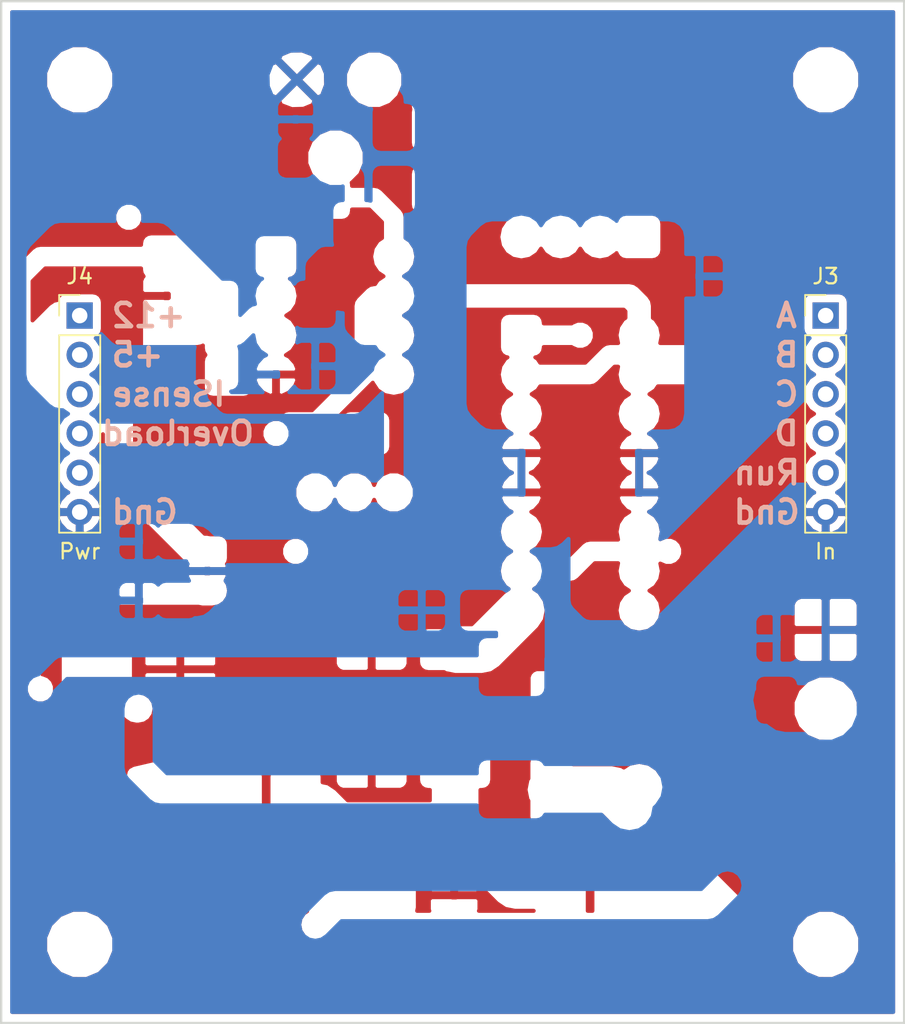
<source format=kicad_pcb>
(kicad_pcb (version 4) (host pcbnew 4.0.7)

  (general
    (links 1)
    (no_connects 0)
    (area 86.284999 38.024999 144.855001 104.215001)
    (thickness 1.6)
    (drawings 15)
    (tracks 0)
    (zones 0)
    (modules 6)
    (nets 2)
  )

  (page A4)
  (layers
    (0 F.Cu signal)
    (31 B.Cu signal)
    (32 B.Adhes user)
    (33 F.Adhes user)
    (34 B.Paste user)
    (35 F.Paste user)
    (36 B.SilkS user)
    (37 F.SilkS user)
    (38 B.Mask user)
    (39 F.Mask user)
    (40 Dwgs.User user)
    (41 Cmts.User user)
    (42 Eco1.User user)
    (43 Eco2.User user)
    (44 Edge.Cuts user)
    (45 Margin user)
    (46 B.CrtYd user)
    (47 F.CrtYd user)
    (48 B.Fab user)
    (49 F.Fab user)
  )

  (setup
    (last_trace_width 0.25)
    (user_trace_width 0.5)
    (user_trace_width 0.8)
    (user_trace_width 1)
    (user_trace_width 2)
    (trace_clearance 0.2)
    (zone_clearance 0.508)
    (zone_45_only no)
    (trace_min 0.2)
    (segment_width 0.2)
    (edge_width 0.15)
    (via_size 0.6)
    (via_drill 0.4)
    (via_min_size 0.4)
    (via_min_drill 0.3)
    (uvia_size 0.3)
    (uvia_drill 0.1)
    (uvias_allowed no)
    (uvia_min_size 0.2)
    (uvia_min_drill 0.1)
    (pcb_text_width 0.3)
    (pcb_text_size 1.5 1.5)
    (mod_edge_width 0.15)
    (mod_text_size 1 1)
    (mod_text_width 0.15)
    (pad_size 1.524 1.524)
    (pad_drill 0.762)
    (pad_to_mask_clearance 0.2)
    (aux_axis_origin 0 0)
    (visible_elements 7FFFFF7F)
    (pcbplotparams
      (layerselection 0x00030_80000001)
      (usegerberextensions false)
      (excludeedgelayer true)
      (linewidth 0.100000)
      (plotframeref false)
      (viasonmask false)
      (mode 1)
      (useauxorigin false)
      (hpglpennumber 1)
      (hpglpenspeed 20)
      (hpglpendiameter 15)
      (hpglpenoverlay 2)
      (psnegative false)
      (psa4output false)
      (plotreference true)
      (plotvalue true)
      (plotinvisibletext false)
      (padsonsilk false)
      (subtractmaskfromsilk false)
      (outputformat 1)
      (mirror false)
      (drillshape 1)
      (scaleselection 1)
      (outputdirectory ""))
  )

  (net 0 "")
  (net 1 GND)

  (net_class Default "Это класс цепей по умолчанию."
    (clearance 0.2)
    (trace_width 0.25)
    (via_dia 0.6)
    (via_drill 0.4)
    (uvia_dia 0.3)
    (uvia_drill 0.1)
    (add_net GND)
  )

  (module Mounting_Holes:MountingHole_3.2mm_M3 locked (layer F.Cu) (tedit 5B769E71) (tstamp 5B769EC4)
    (at 91.44 43.18)
    (descr "Mounting Hole 3.2mm, no annular, M3")
    (tags "mounting hole 3.2mm no annular m3")
    (attr virtual)
    (fp_text reference Hole (at 0 -4.2) (layer F.SilkS) hide
      (effects (font (size 1 1) (thickness 0.15)))
    )
    (fp_text value "" (at 0 4.2) (layer F.Fab) hide
      (effects (font (size 1 1) (thickness 0.15)))
    )
    (fp_text user %R (at 0.3 0) (layer F.Fab)
      (effects (font (size 1 1) (thickness 0.15)))
    )
    (fp_circle (center 0 0) (end 3.2 0) (layer Cmts.User) (width 0.15))
    (fp_circle (center 0 0) (end 3.45 0) (layer F.CrtYd) (width 0.05))
    (pad 1 np_thru_hole circle (at 0 0) (size 3.2 3.2) (drill 3.2) (layers *.Cu *.Mask))
  )

  (module Mounting_Holes:MountingHole_3.2mm_M3 locked (layer F.Cu) (tedit 5B769E71) (tstamp 5B769EBA)
    (at 139.7 43.18)
    (descr "Mounting Hole 3.2mm, no annular, M3")
    (tags "mounting hole 3.2mm no annular m3")
    (attr virtual)
    (fp_text reference Hole (at 0 -4.2) (layer F.SilkS) hide
      (effects (font (size 1 1) (thickness 0.15)))
    )
    (fp_text value "" (at 0 4.2) (layer F.Fab) hide
      (effects (font (size 1 1) (thickness 0.15)))
    )
    (fp_text user %R (at 0.3 0) (layer F.Fab)
      (effects (font (size 1 1) (thickness 0.15)))
    )
    (fp_circle (center 0 0) (end 3.2 0) (layer Cmts.User) (width 0.15))
    (fp_circle (center 0 0) (end 3.45 0) (layer F.CrtYd) (width 0.05))
    (pad 1 np_thru_hole circle (at 0 0) (size 3.2 3.2) (drill 3.2) (layers *.Cu *.Mask))
  )

  (module Mounting_Holes:MountingHole_3.2mm_M3 locked (layer F.Cu) (tedit 5B769E71) (tstamp 5B769E8B)
    (at 139.7 99.06)
    (descr "Mounting Hole 3.2mm, no annular, M3")
    (tags "mounting hole 3.2mm no annular m3")
    (attr virtual)
    (fp_text reference Hole (at 0 -4.2) (layer F.SilkS) hide
      (effects (font (size 1 1) (thickness 0.15)))
    )
    (fp_text value "" (at 0 4.2) (layer F.Fab) hide
      (effects (font (size 1 1) (thickness 0.15)))
    )
    (fp_text user %R (at 0.3 0) (layer F.Fab)
      (effects (font (size 1 1) (thickness 0.15)))
    )
    (fp_circle (center 0 0) (end 3.2 0) (layer Cmts.User) (width 0.15))
    (fp_circle (center 0 0) (end 3.45 0) (layer F.CrtYd) (width 0.05))
    (pad 1 np_thru_hole circle (at 0 0) (size 3.2 3.2) (drill 3.2) (layers *.Cu *.Mask))
  )

  (module Pin_Headers:Pin_Header_Straight_1x06_Pitch2.54mm (layer F.Cu) (tedit 5B76FA1B) (tstamp 5B76926B)
    (at 139.7 58.42)
    (descr "Through hole straight pin header, 1x06, 2.54mm pitch, single row")
    (tags "Through hole pin header THT 1x06 2.54mm single row")
    (path /5B76E283)
    (fp_text reference J3 (at 0 -2.54 180) (layer F.SilkS)
      (effects (font (size 1 1) (thickness 0.15)))
    )
    (fp_text value In (at 0 15.24 180) (layer F.SilkS)
      (effects (font (size 1 1) (thickness 0.15)))
    )
    (fp_line (start -0.635 -1.27) (end 1.27 -1.27) (layer F.Fab) (width 0.1))
    (fp_line (start 1.27 -1.27) (end 1.27 13.97) (layer F.Fab) (width 0.1))
    (fp_line (start 1.27 13.97) (end -1.27 13.97) (layer F.Fab) (width 0.1))
    (fp_line (start -1.27 13.97) (end -1.27 -0.635) (layer F.Fab) (width 0.1))
    (fp_line (start -1.27 -0.635) (end -0.635 -1.27) (layer F.Fab) (width 0.1))
    (fp_line (start -1.33 14.03) (end 1.33 14.03) (layer F.SilkS) (width 0.12))
    (fp_line (start -1.33 1.27) (end -1.33 14.03) (layer F.SilkS) (width 0.12))
    (fp_line (start 1.33 1.27) (end 1.33 14.03) (layer F.SilkS) (width 0.12))
    (fp_line (start -1.33 1.27) (end 1.33 1.27) (layer F.SilkS) (width 0.12))
    (fp_line (start -1.33 0) (end -1.33 -1.33) (layer F.SilkS) (width 0.12))
    (fp_line (start -1.33 -1.33) (end 0 -1.33) (layer F.SilkS) (width 0.12))
    (fp_line (start -1.8 -1.8) (end -1.8 14.5) (layer F.CrtYd) (width 0.05))
    (fp_line (start -1.8 14.5) (end 1.8 14.5) (layer F.CrtYd) (width 0.05))
    (fp_line (start 1.8 14.5) (end 1.8 -1.8) (layer F.CrtYd) (width 0.05))
    (fp_line (start 1.8 -1.8) (end -1.8 -1.8) (layer F.CrtYd) (width 0.05))
    (fp_text user %R (at 0 6.35 90) (layer F.Fab)
      (effects (font (size 1 1) (thickness 0.15)))
    )
    (pad 1 thru_hole rect (at 0 0) (size 1.7 1.7) (drill 1) (layers *.Cu *.Mask))
    (pad 2 thru_hole oval (at 0 2.54) (size 1.7 1.7) (drill 1) (layers *.Cu *.Mask))
    (pad 3 thru_hole oval (at 0 5.08) (size 1.7 1.7) (drill 1) (layers *.Cu *.Mask))
    (pad 4 thru_hole oval (at 0 7.62) (size 1.7 1.7) (drill 1) (layers *.Cu *.Mask))
    (pad 5 thru_hole oval (at 0 10.16) (size 1.7 1.7) (drill 1) (layers *.Cu *.Mask))
    (pad 6 thru_hole oval (at 0 12.7) (size 1.7 1.7) (drill 1) (layers *.Cu *.Mask)
      (net 1 GND))
    (model ${KISYS3DMOD}/Pin_Headers.3dshapes/Pin_Header_Straight_1x06_Pitch2.54mm.wrl
      (at (xyz 0 0 0))
      (scale (xyz 1 1 1))
      (rotate (xyz 0 0 0))
    )
  )

  (module Pin_Headers:Pin_Header_Straight_1x06_Pitch2.54mm (layer F.Cu) (tedit 5B76A775) (tstamp 5B769275)
    (at 91.44 58.42)
    (descr "Through hole straight pin header, 1x06, 2.54mm pitch, single row")
    (tags "Through hole pin header THT 1x06 2.54mm single row")
    (path /5B76E35E)
    (fp_text reference J4 (at 0 -2.54) (layer F.SilkS)
      (effects (font (size 1 1) (thickness 0.15)))
    )
    (fp_text value Pwr (at 0 15.24) (layer F.SilkS)
      (effects (font (size 1 1) (thickness 0.15)))
    )
    (fp_line (start -0.635 -1.27) (end 1.27 -1.27) (layer F.Fab) (width 0.1))
    (fp_line (start 1.27 -1.27) (end 1.27 13.97) (layer F.Fab) (width 0.1))
    (fp_line (start 1.27 13.97) (end -1.27 13.97) (layer F.Fab) (width 0.1))
    (fp_line (start -1.27 13.97) (end -1.27 -0.635) (layer F.Fab) (width 0.1))
    (fp_line (start -1.27 -0.635) (end -0.635 -1.27) (layer F.Fab) (width 0.1))
    (fp_line (start -1.33 14.03) (end 1.33 14.03) (layer F.SilkS) (width 0.12))
    (fp_line (start -1.33 1.27) (end -1.33 14.03) (layer F.SilkS) (width 0.12))
    (fp_line (start 1.33 1.27) (end 1.33 14.03) (layer F.SilkS) (width 0.12))
    (fp_line (start -1.33 1.27) (end 1.33 1.27) (layer F.SilkS) (width 0.12))
    (fp_line (start -1.33 0) (end -1.33 -1.33) (layer F.SilkS) (width 0.12))
    (fp_line (start -1.33 -1.33) (end 0 -1.33) (layer F.SilkS) (width 0.12))
    (fp_line (start -1.8 -1.8) (end -1.8 14.5) (layer F.CrtYd) (width 0.05))
    (fp_line (start -1.8 14.5) (end 1.8 14.5) (layer F.CrtYd) (width 0.05))
    (fp_line (start 1.8 14.5) (end 1.8 -1.8) (layer F.CrtYd) (width 0.05))
    (fp_line (start 1.8 -1.8) (end -1.8 -1.8) (layer F.CrtYd) (width 0.05))
    (fp_text user %R (at 0 -2.54 180) (layer F.Fab)
      (effects (font (size 1 1) (thickness 0.15)))
    )
    (pad 1 thru_hole rect (at 0 0) (size 1.7 1.7) (drill 1) (layers *.Cu *.Mask))
    (pad 2 thru_hole oval (at 0 2.54) (size 1.7 1.7) (drill 1) (layers *.Cu *.Mask))
    (pad 3 thru_hole oval (at 0 5.08) (size 1.7 1.7) (drill 1) (layers *.Cu *.Mask))
    (pad 4 thru_hole oval (at 0 7.62) (size 1.7 1.7) (drill 1) (layers *.Cu *.Mask))
    (pad 5 thru_hole oval (at 0 10.16) (size 1.7 1.7) (drill 1) (layers *.Cu *.Mask))
    (pad 6 thru_hole oval (at 0 12.7) (size 1.7 1.7) (drill 1) (layers *.Cu *.Mask)
      (net 1 GND))
    (model ${KISYS3DMOD}/Pin_Headers.3dshapes/Pin_Header_Straight_1x06_Pitch2.54mm.wrl
      (at (xyz 0 0 0))
      (scale (xyz 1 1 1))
      (rotate (xyz 0 0 0))
    )
  )

  (module Mounting_Holes:MountingHole_3.2mm_M3 locked (layer F.Cu) (tedit 5B769E71) (tstamp 5B769E5A)
    (at 91.44 99.06)
    (descr "Mounting Hole 3.2mm, no annular, M3")
    (tags "mounting hole 3.2mm no annular m3")
    (attr virtual)
    (fp_text reference Hole (at 0 -4.2) (layer F.SilkS) hide
      (effects (font (size 1 1) (thickness 0.15)))
    )
    (fp_text value "" (at 0 4.2) (layer F.Fab) hide
      (effects (font (size 1 1) (thickness 0.15)))
    )
    (fp_text user %R (at 0.3 0) (layer F.Fab)
      (effects (font (size 1 1) (thickness 0.15)))
    )
    (fp_circle (center 0 0) (end 3.2 0) (layer Cmts.User) (width 0.15))
    (fp_circle (center 0 0) (end 3.45 0) (layer F.CrtYd) (width 0.05))
    (pad 1 np_thru_hole circle (at 0 0) (size 3.2 3.2) (drill 3.2) (layers *.Cu *.Mask))
  )

  (gr_text Overload (at 92.71 66.04) (layer B.SilkS)
    (effects (font (size 1.5 1.5) (thickness 0.3)) (justify right mirror))
  )
  (gr_text ISense (at 93.345 63.5) (layer B.SilkS)
    (effects (font (size 1.5 1.5) (thickness 0.3)) (justify right mirror))
  )
  (gr_text +5 (at 93.345 60.96) (layer B.SilkS)
    (effects (font (size 1.5 1.5) (thickness 0.3)) (justify right mirror))
  )
  (gr_text +12 (at 93.345 58.42) (layer B.SilkS)
    (effects (font (size 1.5 1.5) (thickness 0.3)) (justify right mirror))
  )
  (gr_text Gnd (at 93.345 71.12) (layer B.SilkS)
    (effects (font (size 1.5 1.5) (thickness 0.3)) (justify right mirror))
  )
  (gr_text Gnd (at 135.89 71.12) (layer B.SilkS)
    (effects (font (size 1.5 1.5) (thickness 0.3)) (justify mirror))
  )
  (gr_text Run (at 135.89 68.58) (layer B.SilkS)
    (effects (font (size 1.5 1.5) (thickness 0.3)) (justify mirror))
  )
  (gr_text D (at 137.16 66.04) (layer B.SilkS)
    (effects (font (size 1.5 1.5) (thickness 0.3)) (justify mirror))
  )
  (gr_text C (at 137.16 63.5) (layer B.SilkS)
    (effects (font (size 1.5 1.5) (thickness 0.3)) (justify mirror))
  )
  (gr_text B (at 137.16 60.96) (layer B.SilkS)
    (effects (font (size 1.5 1.5) (thickness 0.3)) (justify mirror))
  )
  (gr_text A (at 137.16 58.42) (layer B.SilkS)
    (effects (font (size 1.5 1.5) (thickness 0.3)) (justify mirror))
  )
  (gr_line (start 86.36 38.1) (end 144.78 38.1) (angle 90) (layer Edge.Cuts) (width 0.15))
  (gr_line (start 86.36 104.14) (end 86.36 38.1) (angle 90) (layer Edge.Cuts) (width 0.15))
  (gr_line (start 144.78 104.14) (end 86.36 104.14) (angle 90) (layer Edge.Cuts) (width 0.15))
  (gr_line (start 144.78 38.1) (end 144.78 104.14) (angle 90) (layer Edge.Cuts) (width 0.15))

  (zone (net 1) (net_name GND) (layer F.Cu) (tstamp 5B76A4DD) (hatch edge 0.508)
    (connect_pads (clearance 0.508))
    (min_thickness 0.254)
    (fill yes (arc_segments 16) (thermal_gap 0.508) (thermal_bridge_width 0.508))
    (polygon
      (pts
        (xy 144.78 104.14) (xy 86.36 104.14) (xy 86.36 38.1) (xy 144.78 38.1)
      )
    )
    (filled_polygon
      (pts
        (xy 112.815 39.62425) (xy 112.97375 39.783) (xy 114.173 39.783) (xy 114.173 39.763) (xy 114.427 39.763)
        (xy 114.427 39.783) (xy 115.62625 39.783) (xy 115.785 39.62425) (xy 115.785 38.81) (xy 118.53 38.81)
        (xy 118.53 39.62425) (xy 118.68875 39.783) (xy 119.888 39.783) (xy 119.888 39.763) (xy 120.142 39.763)
        (xy 120.142 39.783) (xy 122.428 39.783) (xy 122.428 39.763) (xy 122.682 39.763) (xy 122.682 39.783)
        (xy 124.968 39.783) (xy 124.968 39.763) (xy 125.222 39.763) (xy 125.222 39.783) (xy 127.508 39.783)
        (xy 127.508 39.763) (xy 127.762 39.763) (xy 127.762 39.783) (xy 128.96125 39.783) (xy 129.12 39.62425)
        (xy 129.12 38.81) (xy 144.07 38.81) (xy 144.07 89.071925) (xy 143.890244 89.002015) (xy 143.633346 89.009388)
        (xy 143.265 89.09505) (xy 143.265 85.75) (xy 143.241333 85.63102) (xy 143.140543 85.124312) (xy 142.902987 84.768785)
        (xy 142.78612 84.59388) (xy 142.786117 84.593878) (xy 141.835155 83.642916) (xy 141.83537 83.397185) (xy 141.51102 82.6122)
        (xy 140.910959 82.011091) (xy 140.126541 81.685372) (xy 139.277185 81.68463) (xy 138.4922 82.00898) (xy 137.891091 82.609041)
        (xy 137.565372 83.393459) (xy 137.56463 84.242815) (xy 137.88898 85.0278) (xy 138.489041 85.628909) (xy 139.273459 85.954628)
        (xy 139.522606 85.954846) (xy 139.995 86.427239) (xy 139.995 89.855515) (xy 139.333346 90.009388) (xy 139.028559 90.17591)
        (xy 138.883569 90.38811) (xy 138.83256 90.64) (xy 138.83256 92.24) (xy 138.925715 92.574585) (xy 139.099557 92.763872)
        (xy 139.333346 92.870612) (xy 143.633346 93.870612) (xy 143.762113 93.887193) (xy 144.015317 93.843162) (xy 144.07 93.807974)
        (xy 144.07 103.43) (xy 87.07 103.43) (xy 87.07 101.34575) (xy 95.085 101.34575) (xy 95.085 102.186309)
        (xy 95.181673 102.419698) (xy 95.360301 102.598327) (xy 95.59369 102.695) (xy 96.23425 102.695) (xy 96.393 102.53625)
        (xy 96.393 101.187) (xy 96.647 101.187) (xy 96.647 102.53625) (xy 96.80575 102.695) (xy 97.44631 102.695)
        (xy 97.679699 102.598327) (xy 97.858327 102.419698) (xy 97.955 102.186309) (xy 97.955 101.88575) (xy 110.03 101.88575)
        (xy 110.03 102.57631) (xy 110.126673 102.809699) (xy 110.305302 102.988327) (xy 110.538691 103.085) (xy 111.37925 103.085)
        (xy 111.538 102.92625) (xy 111.538 101.727) (xy 111.792 101.727) (xy 111.792 102.92625) (xy 111.95075 103.085)
        (xy 112.791309 103.085) (xy 113.024698 102.988327) (xy 113.203327 102.809699) (xy 113.3 102.57631) (xy 113.3 101.88575)
        (xy 113.14125 101.727) (xy 111.792 101.727) (xy 111.538 101.727) (xy 110.18875 101.727) (xy 110.03 101.88575)
        (xy 97.955 101.88575) (xy 97.955 101.34575) (xy 97.79625 101.187) (xy 96.647 101.187) (xy 96.393 101.187)
        (xy 95.24375 101.187) (xy 95.085 101.34575) (xy 87.07 101.34575) (xy 87.07 99.502619) (xy 89.204613 99.502619)
        (xy 89.544155 100.324372) (xy 90.172321 100.953636) (xy 90.993481 101.294611) (xy 91.882619 101.295387) (xy 92.704372 100.955845)
        (xy 93.333636 100.327679) (xy 93.497233 99.933691) (xy 95.085 99.933691) (xy 95.085 100.77425) (xy 95.24375 100.933)
        (xy 96.393 100.933) (xy 96.393 99.58375) (xy 96.647 99.58375) (xy 96.647 100.933) (xy 97.79625 100.933)
        (xy 97.955 100.77425) (xy 97.955 99.98075) (xy 101.935 99.98075) (xy 101.935 100.12131) (xy 102.031673 100.354699)
        (xy 102.210302 100.533327) (xy 102.443691 100.63) (xy 103.05925 100.63) (xy 103.218 100.47125) (xy 103.218 99.822)
        (xy 103.472 99.822) (xy 103.472 100.47125) (xy 103.63075 100.63) (xy 104.246309 100.63) (xy 104.479698 100.533327)
        (xy 104.658327 100.354699) (xy 104.755 100.12131) (xy 104.755 99.98075) (xy 104.59625 99.822) (xy 103.472 99.822)
        (xy 103.218 99.822) (xy 102.09375 99.822) (xy 101.935 99.98075) (xy 97.955 99.98075) (xy 97.955 99.933691)
        (xy 97.858327 99.700302) (xy 97.679699 99.521673) (xy 97.44631 99.425) (xy 96.80575 99.425) (xy 96.647 99.58375)
        (xy 96.393 99.58375) (xy 96.23425 99.425) (xy 95.59369 99.425) (xy 95.360301 99.521673) (xy 95.181673 99.700302)
        (xy 95.085 99.933691) (xy 93.497233 99.933691) (xy 93.674611 99.506519) (xy 93.675387 98.617381) (xy 93.335845 97.795628)
        (xy 92.707679 97.166364) (xy 91.886519 96.825389) (xy 90.997381 96.824613) (xy 90.175628 97.164155) (xy 89.546364 97.792321)
        (xy 89.205389 98.613481) (xy 89.204613 99.502619) (xy 87.07 99.502619) (xy 87.07 89.027) (xy 87.98256 89.027)
        (xy 87.98256 90.7) (xy 87.995577 90.829176) (xy 88.095818 91.065825) (xy 88.28023 91.24483) (xy 88.519756 91.337985)
        (xy 88.776654 91.330612) (xy 90.653 90.894252) (xy 90.653 89.027) (xy 90.907 89.027) (xy 90.907 90.835183)
        (xy 93.076654 90.330612) (xy 93.381441 90.16409) (xy 93.526431 89.95189) (xy 93.57744 89.7) (xy 93.57744 89.027)
        (xy 90.907 89.027) (xy 90.653 89.027) (xy 87.98256 89.027) (xy 87.07 89.027) (xy 87.07 87.1)
        (xy 87.98256 87.1) (xy 87.98256 88.773) (xy 90.653 88.773) (xy 90.907 88.773) (xy 93.57744 88.773)
        (xy 93.57744 88.1) (xy 94.38256 88.1) (xy 94.38256 89.7) (xy 94.475715 90.034585) (xy 94.649557 90.223872)
        (xy 94.883346 90.330612) (xy 99.018916 91.292372) (xy 98.328144 91.983144) (xy 98.103785 92.318923) (xy 98.024999 92.715)
        (xy 98.025 92.715005) (xy 98.025 96.519995) (xy 98.024999 96.52) (xy 98.103785 96.916077) (xy 98.328144 97.251856)
        (xy 98.466288 97.39) (xy 98.313711 97.39) (xy 97.96744 97.043729) (xy 97.96744 96.06) (xy 97.923162 95.824683)
        (xy 97.78409 95.608559) (xy 97.57189 95.463569) (xy 97.32 95.41256) (xy 95.72 95.41256) (xy 95.484683 95.456838)
        (xy 95.268559 95.59591) (xy 95.123569 95.80811) (xy 95.07256 96.06) (xy 95.07256 98.06) (xy 95.116838 98.295317)
        (xy 95.25591 98.511441) (xy 95.46811 98.656431) (xy 95.72 98.70744) (xy 96.703729 98.70744) (xy 97.153142 99.156853)
        (xy 97.153144 99.156856) (xy 97.409523 99.328162) (xy 97.488923 99.381215) (xy 97.885 99.460001) (xy 97.885005 99.46)
        (xy 101.98575 99.46) (xy 102.09375 99.568) (xy 103.218 99.568) (xy 103.218 99.548) (xy 103.472 99.548)
        (xy 103.472 99.568) (xy 104.59625 99.568) (xy 104.755 99.40925) (xy 104.755 99.26869) (xy 104.665194 99.051878)
        (xy 104.716431 98.97689) (xy 104.76744 98.725) (xy 104.76744 98.125) (xy 104.723162 97.889683) (xy 104.659322 97.790472)
        (xy 104.716431 97.70689) (xy 104.76744 97.455) (xy 104.76744 96.92) (xy 106.154892 96.92) (xy 105.948144 97.058144)
        (xy 105.723785 97.393923) (xy 105.644999 97.79) (xy 105.723785 98.186077) (xy 105.948144 98.521856) (xy 106.583142 99.156853)
        (xy 106.583144 99.156856) (xy 106.839523 99.328162) (xy 106.918923 99.381215) (xy 107.315 99.460001) (xy 107.315005 99.46)
        (xy 107.32256 99.46) (xy 107.32256 99.995) (xy 107.366838 100.230317) (xy 107.50591 100.446441) (xy 107.71811 100.591431)
        (xy 107.97 100.64244) (xy 108.33579 100.64244) (xy 108.348923 100.651215) (xy 108.745 100.73) (xy 110.03 100.73)
        (xy 110.03 101.31425) (xy 110.18875 101.473) (xy 111.538 101.473) (xy 111.538 101.453) (xy 111.792 101.453)
        (xy 111.792 101.473) (xy 113.14125 101.473) (xy 113.3 101.31425) (xy 113.3 100.73) (xy 114.02161 100.73)
        (xy 114.01756 100.75) (xy 114.01756 102.45) (xy 114.061838 102.685317) (xy 114.20091 102.901441) (xy 114.41311 103.046431)
        (xy 114.665 103.09744) (xy 116.665 103.09744) (xy 116.846424 103.063303) (xy 117.015 103.09744) (xy 119.015 103.09744)
        (xy 119.250317 103.053162) (xy 119.466441 102.91409) (xy 119.611431 102.70189) (xy 119.66244 102.45) (xy 119.66244 100.75)
        (xy 119.618162 100.514683) (xy 119.47909 100.298559) (xy 119.26689 100.153569) (xy 119.015 100.10256) (xy 117.015 100.10256)
        (xy 116.833576 100.136697) (xy 116.665 100.10256) (xy 116.635863 100.10256) (xy 116.621215 100.028923) (xy 116.396856 99.693144)
        (xy 116.396853 99.693142) (xy 115.668712 98.965) (xy 128.56256 98.965) (xy 128.56256 99.28) (xy 128.606838 99.515317)
        (xy 128.74591 99.731441) (xy 128.95811 99.876431) (xy 129.21 99.92744) (xy 132.288849 99.92744) (xy 131.651288 100.565)
        (xy 123.62763 100.565) (xy 123.618162 100.514683) (xy 123.47909 100.298559) (xy 123.26689 100.153569) (xy 123.015 100.10256)
        (xy 121.015 100.10256) (xy 120.779683 100.146838) (xy 120.563559 100.28591) (xy 120.418569 100.49811) (xy 120.36756 100.75)
        (xy 120.36756 102.45) (xy 120.411838 102.685317) (xy 120.55091 102.901441) (xy 120.76311 103.046431) (xy 121.015 103.09744)
        (xy 123.015 103.09744) (xy 123.250317 103.053162) (xy 123.466441 102.91409) (xy 123.611431 102.70189) (xy 123.624977 102.635)
        (xy 132.079995 102.635) (xy 132.08 102.635001) (xy 132.476077 102.556215) (xy 132.811856 102.331856) (xy 134.081853 101.061858)
        (xy 134.081856 101.061856) (xy 134.216349 100.860571) (xy 134.306215 100.726078) (xy 134.385001 100.33) (xy 134.385 100.329995)
        (xy 134.385 99.502619) (xy 137.464613 99.502619) (xy 137.804155 100.324372) (xy 138.432321 100.953636) (xy 139.253481 101.294611)
        (xy 140.142619 101.295387) (xy 140.964372 100.955845) (xy 141.593636 100.327679) (xy 141.934611 99.506519) (xy 141.935387 98.617381)
        (xy 141.595845 97.795628) (xy 140.967679 97.166364) (xy 140.146519 96.825389) (xy 139.257381 96.824613) (xy 138.435628 97.164155)
        (xy 137.806364 97.792321) (xy 137.465389 98.613481) (xy 137.464613 99.502619) (xy 134.385 99.502619) (xy 134.385 96.520005)
        (xy 134.385001 96.52) (xy 134.306215 96.123922) (xy 134.211289 95.981856) (xy 134.081856 95.788144) (xy 134.081853 95.788142)
        (xy 132.811856 94.518144) (xy 132.476077 94.293785) (xy 132.08 94.214999) (xy 132.079995 94.215) (xy 128.845 94.215)
        (xy 128.845 91.899146) (xy 128.95811 91.976431) (xy 129.21 92.02744) (xy 132.41 92.02744) (xy 132.43256 92.023195)
        (xy 132.43256 93.24) (xy 132.445577 93.369176) (xy 132.545818 93.605825) (xy 132.73023 93.78483) (xy 132.969756 93.877985)
        (xy 133.226654 93.870612) (xy 137.526654 92.870612) (xy 137.831441 92.70409) (xy 137.976431 92.49189) (xy 138.02744 92.24)
        (xy 138.02744 90.64) (xy 137.934285 90.305415) (xy 137.760443 90.116128) (xy 137.526654 90.009388) (xy 135.682832 89.580592)
        (xy 134.97612 88.87388) (xy 134.445688 88.519457) (xy 133.82 88.394999) (xy 133.819995 88.395) (xy 133.715 88.395)
        (xy 133.715 85.25) (xy 133.590543 84.624313) (xy 133.52744 84.529872) (xy 133.52744 83.5) (xy 133.483162 83.264683)
        (xy 133.34409 83.048559) (xy 133.13189 82.903569) (xy 132.88 82.85256) (xy 131.28 82.85256) (xy 131.044683 82.896838)
        (xy 130.828559 83.03591) (xy 130.683569 83.24811) (xy 130.63256 83.5) (xy 130.63256 84.529872) (xy 130.569457 84.624313)
        (xy 130.445 85.25) (xy 130.445 88.03256) (xy 129.21 88.03256) (xy 129.009249 88.070334) (xy 128.79112 87.74388)
        (xy 128.260688 87.389457) (xy 127.635 87.264999) (xy 127.009313 87.389457) (xy 126.642772 87.634372) (xy 126.515688 87.549457)
        (xy 125.89 87.424999) (xy 125.889995 87.425) (xy 123.36744 87.425) (xy 123.36744 87.31) (xy 123.323162 87.074683)
        (xy 123.18409 86.858559) (xy 122.97189 86.713569) (xy 122.72 86.66256) (xy 121.12 86.66256) (xy 120.884683 86.706838)
        (xy 120.668559 86.84591) (xy 120.523569 87.05811) (xy 120.47256 87.31) (xy 120.47256 88.339872) (xy 120.409457 88.434313)
        (xy 120.285 89.06) (xy 120.409457 89.685687) (xy 120.47256 89.780128) (xy 120.47256 90.81) (xy 120.516838 91.045317)
        (xy 120.65591 91.261441) (xy 120.86811 91.406431) (xy 121.12 91.45744) (xy 122.72 91.45744) (xy 122.955317 91.413162)
        (xy 123.171441 91.27409) (xy 123.316431 91.06189) (xy 123.36744 90.81) (xy 123.36744 90.695) (xy 125.21276 90.695)
        (xy 125.575 91.05724) (xy 125.575 92.65256) (xy 125.26 92.65256) (xy 125.024683 92.696838) (xy 124.808559 92.83591)
        (xy 124.663569 93.04811) (xy 124.61256 93.3) (xy 124.61256 96.895) (xy 124.30744 96.895) (xy 124.30744 93.3)
        (xy 124.263162 93.064683) (xy 124.12409 92.848559) (xy 123.91189 92.703569) (xy 123.66 92.65256) (xy 121.46 92.65256)
        (xy 121.224683 92.696838) (xy 121.008559 92.83591) (xy 120.863569 93.04811) (xy 120.81256 93.3) (xy 120.81256 93.615)
        (xy 120.267239 93.615) (xy 117.365 90.71276) (xy 117.365 89.07744) (xy 117.48 89.07744) (xy 117.715317 89.033162)
        (xy 117.931441 88.89409) (xy 118.076431 88.68189) (xy 118.12744 88.43) (xy 118.12744 86.83) (xy 118.083162 86.594683)
        (xy 117.94409 86.378559) (xy 117.73189 86.233569) (xy 117.48 86.18256) (xy 116.450128 86.18256) (xy 116.355687 86.119457)
        (xy 115.73 85.995) (xy 115.104313 86.119457) (xy 115.009872 86.18256) (xy 113.98 86.18256) (xy 113.744683 86.226838)
        (xy 113.528559 86.36591) (xy 113.383569 86.57811) (xy 113.33256 86.83) (xy 113.33256 88.43) (xy 113.376838 88.665317)
        (xy 113.51591 88.881441) (xy 113.72811 89.026431) (xy 113.98 89.07744) (xy 114.095 89.07744) (xy 114.095 89.755)
        (xy 108.787239 89.755) (xy 108.04612 89.01388) (xy 107.515688 88.659457) (xy 107.15244 88.587202) (xy 107.15244 88.22)
        (xy 107.108162 87.984683) (xy 107.063805 87.91575) (xy 107.945 87.91575) (xy 107.945 88.55631) (xy 108.041673 88.789699)
        (xy 108.220302 88.968327) (xy 108.453691 89.065) (xy 110.04425 89.065) (xy 110.203 88.90625) (xy 110.203 87.757)
        (xy 110.457 87.757) (xy 110.457 88.90625) (xy 110.61575 89.065) (xy 112.206309 89.065) (xy 112.439698 88.968327)
        (xy 112.618327 88.789699) (xy 112.715 88.55631) (xy 112.715 87.91575) (xy 112.55625 87.757) (xy 110.457 87.757)
        (xy 110.203 87.757) (xy 108.10375 87.757) (xy 107.945 87.91575) (xy 107.063805 87.91575) (xy 106.96909 87.768559)
        (xy 106.75689 87.623569) (xy 106.54 87.579648) (xy 106.54 87.165854) (xy 106.740317 87.128162) (xy 106.956441 86.98909)
        (xy 107.101431 86.77689) (xy 107.116254 86.70369) (xy 107.945 86.70369) (xy 107.945 87.34425) (xy 108.10375 87.503)
        (xy 110.203 87.503) (xy 110.203 86.35375) (xy 110.457 86.35375) (xy 110.457 87.503) (xy 112.55625 87.503)
        (xy 112.715 87.34425) (xy 112.715 86.70369) (xy 112.618327 86.470301) (xy 112.439698 86.291673) (xy 112.206309 86.195)
        (xy 110.61575 86.195) (xy 110.457 86.35375) (xy 110.203 86.35375) (xy 110.04425 86.195) (xy 108.453691 86.195)
        (xy 108.220302 86.291673) (xy 108.041673 86.470301) (xy 107.945 86.70369) (xy 107.116254 86.70369) (xy 107.15244 86.525)
        (xy 107.15244 84.925) (xy 107.108162 84.689683) (xy 106.96909 84.473559) (xy 106.75689 84.328569) (xy 106.505 84.27756)
        (xy 104.505 84.27756) (xy 104.269683 84.321838) (xy 104.053559 84.46091) (xy 103.908569 84.67311) (xy 103.85756 84.925)
        (xy 103.85756 86.525) (xy 103.901838 86.760317) (xy 104.04091 86.976441) (xy 104.25311 87.121431) (xy 104.47 87.165352)
        (xy 104.47 87.57256) (xy 104.305 87.57256) (xy 104.069683 87.616838) (xy 103.853559 87.75591) (xy 103.708569 87.96811)
        (xy 103.65756 88.22) (xy 103.65756 92.12) (xy 103.701838 92.355317) (xy 103.84091 92.571441) (xy 104.05311 92.716431)
        (xy 104.305 92.76744) (xy 106.505 92.76744) (xy 106.740317 92.723162) (xy 106.956441 92.58409) (xy 106.97345 92.559196)
        (xy 107.218843 92.723162) (xy 107.484313 92.900543) (xy 108.11 93.025001) (xy 108.110005 93.025) (xy 115.05276 93.025)
        (xy 116.47776 94.45) (xy 115.95075 94.45) (xy 115.792 94.60875) (xy 115.792 95.758) (xy 117.14125 95.758)
        (xy 117.3 95.59925) (xy 117.3 95.272239) (xy 118.433878 96.406117) (xy 118.43388 96.40612) (xy 118.964313 96.760543)
        (xy 119.59 96.885) (xy 120.81256 96.885) (xy 120.81256 96.895) (xy 117.265334 96.895) (xy 117.3 96.81131)
        (xy 117.3 96.17075) (xy 117.14125 96.012) (xy 115.792 96.012) (xy 115.792 96.032) (xy 115.538 96.032)
        (xy 115.538 96.012) (xy 114.18875 96.012) (xy 114.03 96.17075) (xy 114.03 96.81131) (xy 114.064666 96.895)
        (xy 113.269914 96.895) (xy 113.31244 96.685) (xy 113.31244 95.085) (xy 113.288674 94.95869) (xy 114.03 94.95869)
        (xy 114.03 95.59925) (xy 114.18875 95.758) (xy 115.538 95.758) (xy 115.538 94.60875) (xy 115.37925 94.45)
        (xy 114.538691 94.45) (xy 114.305302 94.546673) (xy 114.126673 94.725301) (xy 114.03 94.95869) (xy 113.288674 94.95869)
        (xy 113.268162 94.849683) (xy 113.12909 94.633559) (xy 112.91689 94.488569) (xy 112.665 94.43756) (xy 110.665 94.43756)
        (xy 110.429683 94.481838) (xy 110.213559 94.62091) (xy 110.068569 94.83311) (xy 110.01756 95.085) (xy 110.01756 95.185573)
        (xy 109.98409 95.133559) (xy 109.77189 94.988569) (xy 109.52 94.93756) (xy 109.15421 94.93756) (xy 109.141077 94.928785)
        (xy 108.745 94.85) (xy 103.345 94.85) (xy 102.948923 94.928785) (xy 102.93579 94.93756) (xy 102.57 94.93756)
        (xy 102.334683 94.981838) (xy 102.118559 95.12091) (xy 101.973569 95.33311) (xy 101.92256 95.585) (xy 101.92256 96.12)
        (xy 100.123711 96.12) (xy 100.095 96.091288) (xy 100.095 93.143712) (xy 100.476952 92.76176) (xy 100.505 92.76744)
        (xy 102.705 92.76744) (xy 102.940317 92.723162) (xy 103.156441 92.58409) (xy 103.301431 92.37189) (xy 103.35244 92.12)
        (xy 103.35244 88.22) (xy 103.308162 87.984683) (xy 103.16909 87.768559) (xy 102.95689 87.623569) (xy 102.705 87.57256)
        (xy 100.505 87.57256) (xy 100.269683 87.616838) (xy 100.053559 87.75591) (xy 99.979021 87.865) (xy 99.97744 87.865)
        (xy 99.97744 87.1) (xy 99.964423 86.970824) (xy 99.864182 86.734175) (xy 99.67977 86.55517) (xy 99.440244 86.462015)
        (xy 99.183346 86.469388) (xy 94.883346 87.469388) (xy 94.578559 87.63591) (xy 94.433569 87.84811) (xy 94.38256 88.1)
        (xy 93.57744 88.1) (xy 93.484285 87.765415) (xy 93.310443 87.576128) (xy 93.076654 87.469388) (xy 90.907 86.964817)
        (xy 90.907 88.773) (xy 90.653 88.773) (xy 90.653 86.905748) (xy 88.776654 86.469388) (xy 88.647887 86.452807)
        (xy 88.394683 86.496838) (xy 88.178559 86.63591) (xy 88.033569 86.84811) (xy 87.98256 87.1) (xy 87.07 87.1)
        (xy 87.07 86.01075) (xy 99.87 86.01075) (xy 99.87 86.65131) (xy 99.966673 86.884699) (xy 100.145302 87.063327)
        (xy 100.378691 87.16) (xy 101.21925 87.16) (xy 101.378 87.00125) (xy 101.378 85.852) (xy 101.632 85.852)
        (xy 101.632 87.00125) (xy 101.79075 87.16) (xy 102.631309 87.16) (xy 102.864698 87.063327) (xy 103.043327 86.884699)
        (xy 103.14 86.65131) (xy 103.14 86.01075) (xy 102.98125 85.852) (xy 101.632 85.852) (xy 101.378 85.852)
        (xy 100.02875 85.852) (xy 99.87 86.01075) (xy 87.07 86.01075) (xy 87.07 81.783579) (xy 87.092599 81.817401)
        (xy 87.964878 82.68968) (xy 87.964838 82.735167) (xy 88.106883 83.078943) (xy 88.369673 83.342192) (xy 88.713201 83.484838)
        (xy 89.085167 83.485162) (xy 89.428943 83.343117) (xy 89.692192 83.080327) (xy 89.834838 82.736799) (xy 89.835162 82.364833)
        (xy 89.693117 82.021057) (xy 89.430327 81.757808) (xy 89.086799 81.615162) (xy 89.039923 81.615121) (xy 88.39 80.965198)
        (xy 88.39 77.080095) (xy 88.503923 77.156215) (xy 88.9 77.235) (xy 91.515 77.235) (xy 91.515 79.83256)
        (xy 90.8 79.83256) (xy 90.564683 79.876838) (xy 90.348559 80.01591) (xy 90.203569 80.22811) (xy 90.15256 80.48)
        (xy 90.15256 82.08) (xy 90.196838 82.315317) (xy 90.33591 82.531441) (xy 90.54811 82.676431) (xy 90.8 82.72744)
        (xy 92.533728 82.72744) (xy 94.358142 84.551853) (xy 94.358144 84.551856) (xy 94.539615 84.67311) (xy 94.693922 84.776215)
        (xy 95.09 84.855) (xy 95.25 84.855) (xy 95.533088 84.79869) (xy 99.87 84.79869) (xy 99.87 85.43925)
        (xy 100.02875 85.598) (xy 101.378 85.598) (xy 101.378 84.44875) (xy 101.632 84.44875) (xy 101.632 85.598)
        (xy 102.98125 85.598) (xy 103.14 85.43925) (xy 103.14 84.79869) (xy 103.043327 84.565301) (xy 102.864698 84.386673)
        (xy 102.631309 84.29) (xy 101.79075 84.29) (xy 101.632 84.44875) (xy 101.378 84.44875) (xy 101.21925 84.29)
        (xy 100.378691 84.29) (xy 100.145302 84.386673) (xy 99.966673 84.565301) (xy 99.87 84.79869) (xy 95.533088 84.79869)
        (xy 95.646077 84.776215) (xy 95.981856 84.551856) (xy 96.206215 84.216077) (xy 96.259986 83.94575) (xy 120.485 83.94575)
        (xy 120.485 85.536309) (xy 120.581673 85.769698) (xy 120.760301 85.948327) (xy 120.99369 86.045) (xy 121.63425 86.045)
        (xy 121.793 85.88625) (xy 121.793 83.787) (xy 122.047 83.787) (xy 122.047 85.88625) (xy 122.20575 86.045)
        (xy 122.84631 86.045) (xy 123.079699 85.948327) (xy 123.258327 85.769698) (xy 123.355 85.536309) (xy 123.355 83.94575)
        (xy 123.19625 83.787) (xy 122.047 83.787) (xy 121.793 83.787) (xy 120.64375 83.787) (xy 120.485 83.94575)
        (xy 96.259986 83.94575) (xy 96.285 83.82) (xy 96.206215 83.423923) (xy 95.981856 83.088144) (xy 95.646077 82.863785)
        (xy 95.585433 82.851722) (xy 94.92492 82.191208) (xy 94.94744 82.08) (xy 94.94744 81.56575) (xy 95.565 81.56575)
        (xy 95.565 82.20631) (xy 95.661673 82.439699) (xy 95.840302 82.618327) (xy 96.073691 82.715) (xy 97.66425 82.715)
        (xy 97.823 82.55625) (xy 97.823 81.407) (xy 98.077 81.407) (xy 98.077 82.55625) (xy 98.23575 82.715)
        (xy 99.826309 82.715) (xy 100.059698 82.618327) (xy 100.238327 82.439699) (xy 100.335 82.20631) (xy 100.335 81.783691)
        (xy 120.485 81.783691) (xy 120.485 83.37425) (xy 120.64375 83.533) (xy 121.793 83.533) (xy 121.793 81.43375)
        (xy 122.047 81.43375) (xy 122.047 83.533) (xy 123.19625 83.533) (xy 123.355 83.37425) (xy 123.355 81.783691)
        (xy 123.258327 81.550302) (xy 123.079699 81.371673) (xy 122.84631 81.275) (xy 122.20575 81.275) (xy 122.047 81.43375)
        (xy 121.793 81.43375) (xy 121.63425 81.275) (xy 120.99369 81.275) (xy 120.760301 81.371673) (xy 120.581673 81.550302)
        (xy 120.485 81.783691) (xy 100.335 81.783691) (xy 100.335 81.56575) (xy 100.17625 81.407) (xy 98.077 81.407)
        (xy 97.823 81.407) (xy 95.72375 81.407) (xy 95.565 81.56575) (xy 94.94744 81.56575) (xy 94.94744 80.48)
        (xy 94.923674 80.35369) (xy 95.565 80.35369) (xy 95.565 80.99425) (xy 95.72375 81.153) (xy 97.823 81.153)
        (xy 97.823 80.00375) (xy 98.077 80.00375) (xy 98.077 81.153) (xy 100.17625 81.153) (xy 100.335 80.99425)
        (xy 100.335 80.35369) (xy 100.311001 80.29575) (xy 107.945 80.29575) (xy 107.945 80.93631) (xy 108.041673 81.169699)
        (xy 108.220302 81.348327) (xy 108.453691 81.445) (xy 110.04425 81.445) (xy 110.203 81.28625) (xy 110.203 80.137)
        (xy 110.457 80.137) (xy 110.457 81.28625) (xy 110.61575 81.445) (xy 112.206309 81.445) (xy 112.439698 81.348327)
        (xy 112.618327 81.169699) (xy 112.715 80.93631) (xy 112.715 80.29575) (xy 112.55625 80.137) (xy 110.457 80.137)
        (xy 110.203 80.137) (xy 108.10375 80.137) (xy 107.945 80.29575) (xy 100.311001 80.29575) (xy 100.238327 80.120301)
        (xy 100.059698 79.941673) (xy 99.826309 79.845) (xy 98.23575 79.845) (xy 98.077 80.00375) (xy 97.823 80.00375)
        (xy 97.66425 79.845) (xy 96.073691 79.845) (xy 95.840302 79.941673) (xy 95.661673 80.120301) (xy 95.565 80.35369)
        (xy 94.923674 80.35369) (xy 94.903162 80.244683) (xy 94.76409 80.028559) (xy 94.55189 79.883569) (xy 94.3 79.83256)
        (xy 93.585 79.83256) (xy 93.585 79.08369) (xy 107.945 79.08369) (xy 107.945 79.72425) (xy 108.10375 79.883)
        (xy 110.203 79.883) (xy 110.203 78.73375) (xy 110.457 78.73375) (xy 110.457 79.883) (xy 112.55625 79.883)
        (xy 112.715 79.72425) (xy 112.715 79.21) (xy 113.33256 79.21) (xy 113.33256 80.81) (xy 113.376838 81.045317)
        (xy 113.51591 81.261441) (xy 113.72811 81.406431) (xy 113.98 81.45744) (xy 115.009872 81.45744) (xy 115.104313 81.520543)
        (xy 115.73 81.645) (xy 117.474995 81.645) (xy 117.475 81.645001) (xy 118.100688 81.520543) (xy 118.63112 81.16612)
        (xy 119.661489 80.13575) (xy 130.645 80.13575) (xy 130.645 81.726309) (xy 130.741673 81.959698) (xy 130.920301 82.138327)
        (xy 131.15369 82.235) (xy 131.79425 82.235) (xy 131.953 82.07625) (xy 131.953 79.977) (xy 132.207 79.977)
        (xy 132.207 82.07625) (xy 132.36575 82.235) (xy 133.00631 82.235) (xy 133.239699 82.138327) (xy 133.418327 81.959698)
        (xy 133.515 81.726309) (xy 133.515 80.13575) (xy 133.35625 79.977) (xy 132.207 79.977) (xy 131.953 79.977)
        (xy 130.80375 79.977) (xy 130.645 80.13575) (xy 119.661489 80.13575) (xy 121.171119 78.62612) (xy 121.525542 78.095688)
        (xy 121.65 77.47) (xy 121.525542 76.844313) (xy 121.171119 76.313881) (xy 120.838204 76.091435) (xy 121.057811 75.944698)
        (xy 121.227995 75.69) (xy 123.19 75.69) (xy 123.480839 75.632148) (xy 123.727401 75.467401) (xy 124.774802 74.42)
        (xy 126.273332 74.42) (xy 126.171887 74.93) (xy 126.28112 75.479151) (xy 126.592189 75.944698) (xy 126.974275 76.2)
        (xy 126.592189 76.455302) (xy 126.28112 76.920849) (xy 126.171887 77.47) (xy 126.28112 78.019151) (xy 126.592189 78.484698)
        (xy 127.057736 78.795767) (xy 127.606887 78.905) (xy 127.663113 78.905) (xy 128.212264 78.795767) (xy 128.677811 78.484698)
        (xy 128.98888 78.019151) (xy 128.997922 77.973691) (xy 130.645 77.973691) (xy 130.645 79.56425) (xy 130.80375 79.723)
        (xy 131.953 79.723) (xy 131.953 77.62375) (xy 132.207 77.62375) (xy 132.207 79.723) (xy 133.35625 79.723)
        (xy 133.515 79.56425) (xy 133.515 79.02575) (xy 137.565 79.02575) (xy 137.565 80.366309) (xy 137.661673 80.599698)
        (xy 137.840301 80.778327) (xy 138.07369 80.875) (xy 139.41425 80.875) (xy 139.573 80.71625) (xy 139.573 78.867)
        (xy 139.827 78.867) (xy 139.827 80.71625) (xy 139.98575 80.875) (xy 141.32631 80.875) (xy 141.559699 80.778327)
        (xy 141.738327 80.599698) (xy 141.835 80.366309) (xy 141.835 79.02575) (xy 141.67625 78.867) (xy 139.827 78.867)
        (xy 139.573 78.867) (xy 137.72375 78.867) (xy 137.565 79.02575) (xy 133.515 79.02575) (xy 133.515 77.973691)
        (xy 133.418327 77.740302) (xy 133.239699 77.561673) (xy 133.00631 77.465) (xy 132.36575 77.465) (xy 132.207 77.62375)
        (xy 131.953 77.62375) (xy 131.79425 77.465) (xy 131.15369 77.465) (xy 130.920301 77.561673) (xy 130.741673 77.740302)
        (xy 130.645 77.973691) (xy 128.997922 77.973691) (xy 129.098113 77.47) (xy 129.027239 77.113691) (xy 137.565 77.113691)
        (xy 137.565 78.45425) (xy 137.72375 78.613) (xy 139.573 78.613) (xy 139.573 76.76375) (xy 139.827 76.76375)
        (xy 139.827 78.613) (xy 141.67625 78.613) (xy 141.835 78.45425) (xy 141.835 77.113691) (xy 141.738327 76.880302)
        (xy 141.559699 76.701673) (xy 141.32631 76.605) (xy 139.98575 76.605) (xy 139.827 76.76375) (xy 139.573 76.76375)
        (xy 139.41425 76.605) (xy 138.07369 76.605) (xy 137.840301 76.701673) (xy 137.661673 76.880302) (xy 137.565 77.113691)
        (xy 129.027239 77.113691) (xy 128.98888 76.920849) (xy 128.677811 76.455302) (xy 128.295725 76.2) (xy 128.677811 75.944698)
        (xy 128.98888 75.479151) (xy 129.098113 74.93) (xy 129.001428 74.443933) (xy 129.009673 74.452192) (xy 129.353201 74.594838)
        (xy 129.725167 74.595162) (xy 130.068943 74.453117) (xy 130.332192 74.190327) (xy 130.474838 73.846799) (xy 130.475162 73.474833)
        (xy 130.333117 73.131057) (xy 130.070327 72.867808) (xy 129.726799 72.725162) (xy 129.354833 72.724838) (xy 129.011057 72.866883)
        (xy 129.001322 72.876601) (xy 129.098113 72.39) (xy 128.98888 71.840849) (xy 128.745691 71.47689) (xy 138.258524 71.47689)
        (xy 138.428355 71.886924) (xy 138.818642 72.315183) (xy 139.343108 72.561486) (xy 139.573 72.440819) (xy 139.573 71.247)
        (xy 139.827 71.247) (xy 139.827 72.440819) (xy 140.056892 72.561486) (xy 140.581358 72.315183) (xy 140.971645 71.886924)
        (xy 141.141476 71.47689) (xy 141.020155 71.247) (xy 139.827 71.247) (xy 139.573 71.247) (xy 138.379845 71.247)
        (xy 138.258524 71.47689) (xy 128.745691 71.47689) (xy 128.677811 71.375302) (xy 128.273297 71.105014) (xy 128.490134 71.002389)
        (xy 128.866041 70.587423) (xy 129.026904 70.199039) (xy 128.904915 69.977) (xy 127.762 69.977) (xy 127.762 69.997)
        (xy 127.508 69.997) (xy 127.508 69.977) (xy 126.365085 69.977) (xy 126.243096 70.199039) (xy 126.403959 70.587423)
        (xy 126.779866 71.002389) (xy 126.996703 71.105014) (xy 126.592189 71.375302) (xy 126.28112 71.840849) (xy 126.171887 72.39)
        (xy 126.273332 72.9) (xy 124.46 72.9) (xy 124.16916 72.957852) (xy 123.922599 73.122599) (xy 122.875198 74.17)
        (xy 121.227995 74.17) (xy 121.057811 73.915302) (xy 120.675725 73.66) (xy 121.057811 73.404698) (xy 121.36888 72.939151)
        (xy 121.478113 72.39) (xy 121.36888 71.840849) (xy 121.057811 71.375302) (xy 120.653297 71.105014) (xy 120.870134 71.002389)
        (xy 121.246041 70.587423) (xy 121.406904 70.199039) (xy 121.284915 69.977) (xy 120.142 69.977) (xy 120.142 69.997)
        (xy 119.888 69.997) (xy 119.888 69.977) (xy 118.745085 69.977) (xy 118.623096 70.199039) (xy 118.783959 70.587423)
        (xy 119.159866 71.002389) (xy 119.376703 71.105014) (xy 118.972189 71.375302) (xy 118.66112 71.840849) (xy 118.551887 72.39)
        (xy 118.66112 72.939151) (xy 118.972189 73.404698) (xy 119.354275 73.66) (xy 118.972189 73.915302) (xy 118.66112 74.380849)
        (xy 118.551887 74.93) (xy 118.66112 75.479151) (xy 118.972189 75.944698) (xy 119.191795 76.091434) (xy 118.85888 76.313881)
        (xy 116.79776 78.375) (xy 115.73 78.375) (xy 115.104313 78.499457) (xy 115.009872 78.56256) (xy 113.98 78.56256)
        (xy 113.744683 78.606838) (xy 113.528559 78.74591) (xy 113.383569 78.95811) (xy 113.33256 79.21) (xy 112.715 79.21)
        (xy 112.715 79.08369) (xy 112.618327 78.850301) (xy 112.439698 78.671673) (xy 112.206309 78.575) (xy 110.61575 78.575)
        (xy 110.457 78.73375) (xy 110.203 78.73375) (xy 110.04425 78.575) (xy 108.453691 78.575) (xy 108.220302 78.671673)
        (xy 108.041673 78.850301) (xy 107.945 79.08369) (xy 93.585 79.08369) (xy 93.585 77.235) (xy 99.1165 77.235)
        (xy 99.367866 77.285) (xy 100.022134 77.285) (xy 100.437346 77.202409) (xy 100.789345 76.967211) (xy 101.024543 76.615212)
        (xy 101.107134 76.2) (xy 101.024543 75.784788) (xy 100.87483 75.560726) (xy 101.039408 75.224001) (xy 100.912502 75.057)
        (xy 99.822 75.057) (xy 99.822 75.077) (xy 99.568 75.077) (xy 99.568 75.057) (xy 98.477498 75.057)
        (xy 98.395428 75.165) (xy 89.935 75.165) (xy 89.935 71.47689) (xy 89.998524 71.47689) (xy 90.168355 71.886924)
        (xy 90.558642 72.315183) (xy 91.083108 72.561486) (xy 91.313 72.440819) (xy 91.313 71.247) (xy 91.567 71.247)
        (xy 91.567 72.440819) (xy 91.796892 72.561486) (xy 92.321358 72.315183) (xy 92.711645 71.886924) (xy 92.881476 71.47689)
        (xy 92.760155 71.247) (xy 91.567 71.247) (xy 91.313 71.247) (xy 90.119845 71.247) (xy 89.998524 71.47689)
        (xy 89.935 71.47689) (xy 89.935 68.625714) (xy 90.038946 69.148285) (xy 90.360853 69.630054) (xy 90.701553 69.857702)
        (xy 90.558642 69.924817) (xy 90.168355 70.353076) (xy 89.998524 70.76311) (xy 90.119845 70.993) (xy 91.313 70.993)
        (xy 91.313 70.973) (xy 91.567 70.973) (xy 91.567 70.993) (xy 92.760155 70.993) (xy 92.881476 70.76311)
        (xy 92.711645 70.353076) (xy 92.321358 69.924817) (xy 92.178447 69.857702) (xy 92.519147 69.630054) (xy 92.841054 69.148285)
        (xy 92.954093 68.58) (xy 92.841054 68.011715) (xy 92.519147 67.529946) (xy 92.189974 67.31) (xy 92.519147 67.090054)
        (xy 92.841054 66.608285) (xy 92.945 66.085714) (xy 92.945 67.309995) (xy 92.944999 67.31) (xy 93.023785 67.706077)
        (xy 93.248144 68.041856) (xy 93.96256 68.756271) (xy 93.96256 69.38) (xy 94.006838 69.615317) (xy 94.14591 69.831441)
        (xy 94.35811 69.976431) (xy 94.61 70.02744) (xy 95.225 70.02744) (xy 95.225 70.96) (xy 95.311397 71.394346)
        (xy 95.430347 71.572367) (xy 95.557434 71.762566) (xy 98.257434 74.462566) (xy 98.391557 74.552185) (xy 98.350592 74.635999)
        (xy 98.477498 74.803) (xy 99.568 74.803) (xy 99.568 74.795) (xy 99.695 74.795) (xy 99.755328 74.783)
        (xy 99.822 74.783) (xy 99.822 74.803) (xy 100.912502 74.803) (xy 101.039408 74.635999) (xy 100.962147 74.477925)
        (xy 101.041431 74.36189) (xy 101.09244 74.11) (xy 101.09244 73.21) (xy 101.048162 72.974683) (xy 100.90909 72.758559)
        (xy 100.69689 72.613569) (xy 100.445 72.56256) (xy 99.883826 72.56256) (xy 99.695 72.525) (xy 99.530132 72.525)
        (xy 97.495 70.489868) (xy 97.495 70.118344) (xy 105.324765 70.118344) (xy 105.530617 70.616543) (xy 105.911452 70.998043)
        (xy 106.409291 71.204764) (xy 106.948344 71.205235) (xy 107.446543 70.999383) (xy 107.828043 70.618548) (xy 107.950045 70.324736)
        (xy 108.070617 70.616543) (xy 108.451452 70.998043) (xy 108.949291 71.204764) (xy 109.488344 71.205235) (xy 109.986543 70.999383)
        (xy 110.368043 70.618548) (xy 110.490045 70.324736) (xy 110.610617 70.616543) (xy 110.991452 70.998043) (xy 111.489291 71.204764)
        (xy 112.028344 71.205235) (xy 112.526543 70.999383) (xy 112.908043 70.618548) (xy 113.114764 70.120709) (xy 113.115235 69.581656)
        (xy 112.909383 69.083457) (xy 112.528548 68.701957) (xy 112.030709 68.495236) (xy 111.491656 68.494765) (xy 110.993457 68.700617)
        (xy 110.611957 69.081452) (xy 110.489955 69.375264) (xy 110.369383 69.083457) (xy 109.988548 68.701957) (xy 109.490709 68.495236)
        (xy 108.951656 68.494765) (xy 108.453457 68.700617) (xy 108.071957 69.081452) (xy 107.949955 69.375264) (xy 107.873814 69.190988)
        (xy 109.527362 67.53744) (xy 110.95 67.53744) (xy 111.185317 67.493162) (xy 111.401441 67.35409) (xy 111.546431 67.14189)
        (xy 111.59744 66.89) (xy 111.59744 65.19) (xy 111.553162 64.954683) (xy 111.41409 64.738559) (xy 111.20189 64.593569)
        (xy 110.95 64.54256) (xy 108.95 64.54256) (xy 108.714683 64.586838) (xy 108.498559 64.72591) (xy 108.353569 64.93811)
        (xy 108.30256 65.19) (xy 108.30256 66.612638) (xy 106.420425 68.494773) (xy 106.411656 68.494765) (xy 105.913457 68.700617)
        (xy 105.531957 69.081452) (xy 105.325236 69.579291) (xy 105.324765 70.118344) (xy 97.495 70.118344) (xy 97.495 70.02744)
        (xy 98.11 70.02744) (xy 98.345317 69.983162) (xy 98.561441 69.84409) (xy 98.706431 69.63189) (xy 98.75744 69.38)
        (xy 98.75744 68.86575) (xy 99.375 68.86575) (xy 99.375 69.50631) (xy 99.471673 69.739699) (xy 99.650302 69.918327)
        (xy 99.883691 70.015) (xy 101.47425 70.015) (xy 101.633 69.85625) (xy 101.633 68.707) (xy 101.887 68.707)
        (xy 101.887 69.85625) (xy 102.04575 70.015) (xy 103.636309 70.015) (xy 103.869698 69.918327) (xy 104.048327 69.739699)
        (xy 104.145 69.50631) (xy 104.145 68.86575) (xy 103.98625 68.707) (xy 101.887 68.707) (xy 101.633 68.707)
        (xy 99.53375 68.707) (xy 99.375 68.86575) (xy 98.75744 68.86575) (xy 98.75744 67.78) (xy 98.733674 67.65369)
        (xy 99.375 67.65369) (xy 99.375 68.29425) (xy 99.53375 68.453) (xy 101.633 68.453) (xy 101.633 67.30375)
        (xy 101.887 67.30375) (xy 101.887 68.453) (xy 103.98625 68.453) (xy 104.145 68.29425) (xy 104.145 67.65369)
        (xy 104.048327 67.420301) (xy 103.869698 67.241673) (xy 103.636309 67.145) (xy 102.04575 67.145) (xy 101.887 67.30375)
        (xy 101.633 67.30375) (xy 101.47425 67.145) (xy 99.883691 67.145) (xy 99.650302 67.241673) (xy 99.471673 67.420301)
        (xy 99.375 67.65369) (xy 98.733674 67.65369) (xy 98.713162 67.544683) (xy 98.57409 67.328559) (xy 98.36189 67.183569)
        (xy 98.11 67.13256) (xy 95.266272 67.13256) (xy 95.015 66.881288) (xy 95.015 66.225167) (xy 103.204838 66.225167)
        (xy 103.346883 66.568943) (xy 103.609673 66.832192) (xy 103.953201 66.974838) (xy 104.318583 66.975156) (xy 104.346838 67.125317)
        (xy 104.48591 67.341441) (xy 104.69811 67.486431) (xy 104.95 67.53744) (xy 106.95 67.53744) (xy 107.185317 67.493162)
        (xy 107.401441 67.35409) (xy 107.546431 67.14189) (xy 107.59744 66.89) (xy 107.59744 65.562362) (xy 110.392401 62.767401)
        (xy 110.401172 62.754275) (xy 110.40612 62.779151) (xy 110.717189 63.244698) (xy 111.182736 63.555767) (xy 111.731887 63.665)
        (xy 111.788113 63.665) (xy 112.337264 63.555767) (xy 112.802811 63.244698) (xy 113.11388 62.779151) (xy 113.223113 62.23)
        (xy 113.11388 61.680849) (xy 112.802811 61.215302) (xy 112.420725 60.96) (xy 112.802811 60.704698) (xy 113.11388 60.239151)
        (xy 113.223113 59.69) (xy 113.11388 59.140849) (xy 112.802811 58.675302) (xy 112.420725 58.42) (xy 112.802811 58.164698)
        (xy 112.972995 57.91) (xy 113.596842 57.91) (xy 113.482367 58.081325) (xy 113.482367 58.081326) (xy 113.414999 58.42)
        (xy 113.415 58.420005) (xy 113.415 72.023421) (xy 112.66342 72.775) (xy 105.716822 72.775) (xy 105.596799 72.725162)
        (xy 105.224833 72.724838) (xy 104.881057 72.866883) (xy 104.617808 73.129673) (xy 104.475162 73.473201) (xy 104.474838 73.845167)
        (xy 104.616883 74.188943) (xy 104.879673 74.452192) (xy 105.223201 74.594838) (xy 105.595167 74.595162) (xy 105.716569 74.545)
        (xy 113.029995 74.545) (xy 113.03 74.545001) (xy 113.312484 74.48881) (xy 113.368675 74.477633) (xy 113.65579 74.28579)
        (xy 114.925787 73.015792) (xy 114.92579 73.01579) (xy 115.117633 72.728675) (xy 115.140529 72.613569) (xy 115.185001 72.39)
        (xy 115.185 72.389995) (xy 115.185 67.659039) (xy 118.623096 67.659039) (xy 118.783959 68.047423) (xy 119.159866 68.462389)
        (xy 119.408367 68.58) (xy 119.159866 68.697611) (xy 118.783959 69.112577) (xy 118.623096 69.500961) (xy 118.745085 69.723)
        (xy 119.888 69.723) (xy 119.888 67.437) (xy 120.142 67.437) (xy 120.142 69.723) (xy 121.284915 69.723)
        (xy 121.406904 69.500961) (xy 121.246041 69.112577) (xy 120.870134 68.697611) (xy 120.621633 68.58) (xy 120.870134 68.462389)
        (xy 121.246041 68.047423) (xy 121.406904 67.659039) (xy 126.243096 67.659039) (xy 126.403959 68.047423) (xy 126.779866 68.462389)
        (xy 127.028367 68.58) (xy 126.779866 68.697611) (xy 126.403959 69.112577) (xy 126.243096 69.500961) (xy 126.365085 69.723)
        (xy 127.508 69.723) (xy 127.508 67.437) (xy 127.762 67.437) (xy 127.762 69.723) (xy 128.904915 69.723)
        (xy 129.026904 69.500961) (xy 128.866041 69.112577) (xy 128.490134 68.697611) (xy 128.241633 68.58) (xy 128.490134 68.462389)
        (xy 128.866041 68.047423) (xy 129.026904 67.659039) (xy 128.904915 67.437) (xy 127.762 67.437) (xy 127.508 67.437)
        (xy 126.365085 67.437) (xy 126.243096 67.659039) (xy 121.406904 67.659039) (xy 121.284915 67.437) (xy 120.142 67.437)
        (xy 119.888 67.437) (xy 118.745085 67.437) (xy 118.623096 67.659039) (xy 115.185 67.659039) (xy 115.185 58.78658)
        (xy 115.936579 58.035) (xy 126.63342 58.035) (xy 126.75 58.151579) (xy 126.75 58.569856) (xy 126.592189 58.675302)
        (xy 126.28112 59.140849) (xy 126.171887 59.69) (xy 126.273332 60.2) (xy 125.73 60.2) (xy 125.43916 60.257852)
        (xy 125.192599 60.422599) (xy 124.145198 61.47) (xy 121.227995 61.47) (xy 121.057811 61.215302) (xy 120.913535 61.118899)
        (xy 121.050317 61.093162) (xy 121.266441 60.95409) (xy 121.411431 60.74189) (xy 121.46244 60.49) (xy 121.46244 60.45)
        (xy 123.262537 60.45) (xy 123.294673 60.482192) (xy 123.638201 60.624838) (xy 124.010167 60.625162) (xy 124.353943 60.483117)
        (xy 124.617192 60.220327) (xy 124.759838 59.876799) (xy 124.760162 59.504833) (xy 124.618117 59.161057) (xy 124.355327 58.897808)
        (xy 124.011799 58.755162) (xy 123.639833 58.754838) (xy 123.296057 58.896883) (xy 123.262882 58.93) (xy 121.46244 58.93)
        (xy 121.46244 58.89) (xy 121.418162 58.654683) (xy 121.27909 58.438559) (xy 121.06689 58.293569) (xy 120.815 58.24256)
        (xy 119.215 58.24256) (xy 118.979683 58.286838) (xy 118.763559 58.42591) (xy 118.618569 58.63811) (xy 118.56756 58.89)
        (xy 118.56756 60.49) (xy 118.611838 60.725317) (xy 118.75091 60.941441) (xy 118.96311 61.086431) (xy 119.118089 61.117815)
        (xy 118.972189 61.215302) (xy 118.66112 61.680849) (xy 118.551887 62.23) (xy 118.66112 62.779151) (xy 118.972189 63.244698)
        (xy 119.354275 63.5) (xy 118.972189 63.755302) (xy 118.66112 64.220849) (xy 118.551887 64.77) (xy 118.66112 65.319151)
        (xy 118.972189 65.784698) (xy 119.376703 66.054986) (xy 119.159866 66.157611) (xy 118.783959 66.572577) (xy 118.623096 66.960961)
        (xy 118.745085 67.183) (xy 119.888 67.183) (xy 119.888 67.163) (xy 120.142 67.163) (xy 120.142 67.183)
        (xy 121.284915 67.183) (xy 121.406904 66.960961) (xy 121.246041 66.572577) (xy 120.870134 66.157611) (xy 120.653297 66.054986)
        (xy 121.057811 65.784698) (xy 121.36888 65.319151) (xy 121.478113 64.77) (xy 121.36888 64.220849) (xy 121.057811 63.755302)
        (xy 120.675725 63.5) (xy 121.057811 63.244698) (xy 121.227995 62.99) (xy 124.46 62.99) (xy 124.750839 62.932148)
        (xy 124.997401 62.767401) (xy 126.044802 61.72) (xy 126.273332 61.72) (xy 126.171887 62.23) (xy 126.28112 62.779151)
        (xy 126.592189 63.244698) (xy 126.974275 63.5) (xy 126.592189 63.755302) (xy 126.28112 64.220849) (xy 126.171887 64.77)
        (xy 126.28112 65.319151) (xy 126.592189 65.784698) (xy 126.996703 66.054986) (xy 126.779866 66.157611) (xy 126.403959 66.572577)
        (xy 126.243096 66.960961) (xy 126.365085 67.183) (xy 127.508 67.183) (xy 127.508 67.163) (xy 127.762 67.163)
        (xy 127.762 67.183) (xy 128.904915 67.183) (xy 129.026904 66.960961) (xy 128.866041 66.572577) (xy 128.490134 66.157611)
        (xy 128.273297 66.054986) (xy 128.677811 65.784698) (xy 128.98888 65.319151) (xy 129.098113 64.77) (xy 128.98888 64.220849)
        (xy 128.677811 63.755302) (xy 128.295725 63.5) (xy 128.677811 63.244698) (xy 128.847995 62.99) (xy 135.89 62.99)
        (xy 136.180839 62.932148) (xy 136.427401 62.767401) (xy 137.474802 61.72) (xy 138.427046 61.72) (xy 138.620853 62.010054)
        (xy 138.950026 62.23) (xy 138.620853 62.449946) (xy 138.298946 62.931715) (xy 138.185907 63.5) (xy 138.298946 64.068285)
        (xy 138.620853 64.550054) (xy 138.950026 64.77) (xy 138.620853 64.989946) (xy 138.298946 65.471715) (xy 138.185907 66.04)
        (xy 138.298946 66.608285) (xy 138.620853 67.090054) (xy 138.950026 67.31) (xy 138.620853 67.529946) (xy 138.298946 68.011715)
        (xy 138.185907 68.58) (xy 138.298946 69.148285) (xy 138.620853 69.630054) (xy 138.961553 69.857702) (xy 138.818642 69.924817)
        (xy 138.428355 70.353076) (xy 138.258524 70.76311) (xy 138.379845 70.993) (xy 139.573 70.993) (xy 139.573 70.973)
        (xy 139.827 70.973) (xy 139.827 70.993) (xy 141.020155 70.993) (xy 141.141476 70.76311) (xy 140.971645 70.353076)
        (xy 140.581358 69.924817) (xy 140.438447 69.857702) (xy 140.779147 69.630054) (xy 141.101054 69.148285) (xy 141.214093 68.58)
        (xy 141.101054 68.011715) (xy 140.779147 67.529946) (xy 140.449974 67.31) (xy 140.779147 67.090054) (xy 141.101054 66.608285)
        (xy 141.214093 66.04) (xy 141.101054 65.471715) (xy 140.779147 64.989946) (xy 140.449974 64.77) (xy 140.779147 64.550054)
        (xy 141.101054 64.068285) (xy 141.214093 63.5) (xy 141.101054 62.931715) (xy 140.779147 62.449946) (xy 140.449974 62.23)
        (xy 140.779147 62.010054) (xy 141.101054 61.528285) (xy 141.214093 60.96) (xy 141.101054 60.391715) (xy 140.779147 59.909946)
        (xy 140.737548 59.88215) (xy 140.785317 59.873162) (xy 141.001441 59.73409) (xy 141.146431 59.52189) (xy 141.19744 59.27)
        (xy 141.19744 57.57) (xy 141.153162 57.334683) (xy 141.01409 57.118559) (xy 140.80189 56.973569) (xy 140.55 56.92256)
        (xy 138.85 56.92256) (xy 138.614683 56.966838) (xy 138.398559 57.10591) (xy 138.253569 57.31811) (xy 138.20256 57.57)
        (xy 138.20256 57.66) (xy 137.16 57.66) (xy 136.917414 57.708254) (xy 136.86916 57.717852) (xy 136.622599 57.882599)
        (xy 134.305198 60.2) (xy 128.996668 60.2) (xy 129.098113 59.69) (xy 128.98888 59.140849) (xy 128.677811 58.675302)
        (xy 128.52 58.569856) (xy 128.52 57.785005) (xy 128.520001 57.785) (xy 128.452634 57.446326) (xy 128.319849 57.247599)
        (xy 128.26079 57.15921) (xy 128.260787 57.159208) (xy 127.62579 56.52421) (xy 127.612006 56.515) (xy 127.338675 56.332367)
        (xy 127.282484 56.32119) (xy 127 56.264999) (xy 126.999995 56.265) (xy 115.570005 56.265) (xy 115.57 56.264999)
        (xy 115.231325 56.332367) (xy 115.06 56.446842) (xy 115.06 51.90744) (xy 115.15 51.90744) (xy 115.385317 51.863162)
        (xy 115.601441 51.72409) (xy 115.746431 51.51189) (xy 115.79744 51.26) (xy 115.79744 49.26) (xy 118.51756 49.26)
        (xy 118.51756 51.26) (xy 118.561838 51.495317) (xy 118.70091 51.711441) (xy 118.91311 51.856431) (xy 119.13 51.900352)
        (xy 119.13 52.150568) (xy 118.964946 52.260853) (xy 118.643039 52.742622) (xy 118.53 53.310907) (xy 118.53 53.369093)
        (xy 118.643039 53.937378) (xy 118.964946 54.419147) (xy 119.446715 54.741054) (xy 120.015 54.854093) (xy 120.583285 54.741054)
        (xy 121.065054 54.419147) (xy 121.285 54.089974) (xy 121.504946 54.419147) (xy 121.986715 54.741054) (xy 122.555 54.854093)
        (xy 123.123285 54.741054) (xy 123.605054 54.419147) (xy 123.825 54.089974) (xy 124.044946 54.419147) (xy 124.526715 54.741054)
        (xy 125.095 54.854093) (xy 125.663285 54.741054) (xy 126.145054 54.419147) (xy 126.17285 54.377548) (xy 126.181838 54.425317)
        (xy 126.32091 54.641441) (xy 126.53311 54.786431) (xy 126.785 54.83744) (xy 128.485 54.83744) (xy 128.720317 54.793162)
        (xy 128.936441 54.65409) (xy 129.081431 54.44189) (xy 129.13244 54.19) (xy 129.13244 52.49) (xy 129.088162 52.254683)
        (xy 128.94909 52.038559) (xy 128.73689 51.893569) (xy 128.651074 51.876191) (xy 128.720317 51.863162) (xy 128.936441 51.72409)
        (xy 129.081431 51.51189) (xy 129.13244 51.26) (xy 129.13244 49.26) (xy 129.088162 49.024683) (xy 128.94909 48.808559)
        (xy 128.73689 48.663569) (xy 128.485 48.61256) (xy 126.785 48.61256) (xy 126.549683 48.656838) (xy 126.362923 48.777015)
        (xy 126.19689 48.663569) (xy 125.945 48.61256) (xy 124.245 48.61256) (xy 124.009683 48.656838) (xy 123.822923 48.777015)
        (xy 123.65689 48.663569) (xy 123.405 48.61256) (xy 121.705 48.61256) (xy 121.469683 48.656838) (xy 121.282923 48.777015)
        (xy 121.11689 48.663569) (xy 120.865 48.61256) (xy 119.165 48.61256) (xy 118.929683 48.656838) (xy 118.713559 48.79591)
        (xy 118.568569 49.00811) (xy 118.51756 49.26) (xy 115.79744 49.26) (xy 115.753162 49.024683) (xy 115.61409 48.808559)
        (xy 115.40189 48.663569) (xy 115.15 48.61256) (xy 113.45 48.61256) (xy 113.214683 48.656838) (xy 112.998559 48.79591)
        (xy 112.853569 49.00811) (xy 112.80256 49.26) (xy 112.80256 51.26) (xy 112.846838 51.495317) (xy 112.98591 51.711441)
        (xy 113.19811 51.856431) (xy 113.45 51.90744) (xy 113.54 51.90744) (xy 113.54 56.200198) (xy 113.350198 56.39)
        (xy 112.972995 56.39) (xy 112.802811 56.135302) (xy 112.420725 55.88) (xy 112.802811 55.624698) (xy 113.11388 55.159151)
        (xy 113.223113 54.61) (xy 113.11388 54.060849) (xy 112.802811 53.595302) (xy 112.52 53.406333) (xy 112.52 52.07)
        (xy 112.484905 51.893569) (xy 112.462148 51.77916) (xy 112.297401 51.532599) (xy 111.027401 50.262599) (xy 110.780839 50.097852)
        (xy 110.49 50.04) (xy 109.05744 50.04) (xy 109.05744 49.95) (xy 109.034484 49.828001) (xy 109.056372 49.818957)
        (xy 109.587093 49.289161) (xy 109.874672 48.596595) (xy 109.875326 47.846695) (xy 109.588957 47.153628) (xy 109.059161 46.622907)
        (xy 108.366595 46.335328) (xy 107.616695 46.334674) (xy 106.923628 46.621043) (xy 106.392907 47.150839) (xy 106.105328 47.843405)
        (xy 106.104674 48.593305) (xy 106.391043 49.286372) (xy 106.407645 49.303003) (xy 106.174683 49.346838) (xy 105.958559 49.48591)
        (xy 105.813569 49.69811) (xy 105.76256 49.95) (xy 105.76256 51.65) (xy 105.806838 51.885317) (xy 105.94591 52.101441)
        (xy 106.15811 52.246431) (xy 106.41 52.29744) (xy 108.41 52.29744) (xy 108.645317 52.253162) (xy 108.861441 52.11409)
        (xy 109.006431 51.90189) (xy 109.05744 51.65) (xy 109.05744 51.56) (xy 110.175198 51.56) (xy 111 52.384802)
        (xy 111 53.406333) (xy 110.717189 53.595302) (xy 110.40612 54.060849) (xy 110.296887 54.61) (xy 110.40612 55.159151)
        (xy 110.717189 55.624698) (xy 111.099275 55.88) (xy 110.717189 56.135302) (xy 110.547005 56.39) (xy 110.49 56.39)
        (xy 110.199161 56.447852) (xy 109.952599 56.612599) (xy 109.317599 57.247599) (xy 109.152852 57.494161) (xy 109.095 57.785)
        (xy 109.095 61.915198) (xy 106.467638 64.54256) (xy 104.95 64.54256) (xy 104.714683 64.586838) (xy 104.498559 64.72591)
        (xy 104.353569 64.93811) (xy 104.319741 65.105156) (xy 103.954833 65.104838) (xy 103.611057 65.246883) (xy 103.347808 65.509673)
        (xy 103.205162 65.853201) (xy 103.204838 66.225167) (xy 95.015 66.225167) (xy 95.015 62.51575) (xy 95.425 62.51575)
        (xy 95.425 63.20631) (xy 95.521673 63.439699) (xy 95.700302 63.618327) (xy 95.933691 63.715) (xy 96.77425 63.715)
        (xy 96.933 63.55625) (xy 96.933 62.357) (xy 97.187 62.357) (xy 97.187 63.55625) (xy 97.34575 63.715)
        (xy 98.186309 63.715) (xy 98.419698 63.618327) (xy 98.598327 63.439699) (xy 98.695 63.20631) (xy 98.695 62.51575)
        (xy 98.53625 62.357) (xy 97.187 62.357) (xy 96.933 62.357) (xy 95.58375 62.357) (xy 95.425 62.51575)
        (xy 95.015 62.51575) (xy 95.015 62.230005) (xy 95.015001 62.23) (xy 94.936215 61.833922) (xy 94.731995 61.528285)
        (xy 94.711856 61.498144) (xy 94.711853 61.498142) (xy 93.441856 60.228144) (xy 93.106077 60.003785) (xy 92.71 59.924999)
        (xy 92.709995 59.925) (xy 92.529206 59.925) (xy 92.519147 59.909946) (xy 92.477548 59.88215) (xy 92.525317 59.873162)
        (xy 92.741441 59.73409) (xy 92.886431 59.52189) (xy 92.93744 59.27) (xy 92.93744 57.57) (xy 92.893162 57.334683)
        (xy 92.75409 57.118559) (xy 92.54189 56.973569) (xy 92.29 56.92256) (xy 90.59 56.92256) (xy 90.354683 56.966838)
        (xy 90.138559 57.10591) (xy 89.993569 57.31811) (xy 89.97205 57.424374) (xy 89.773922 57.463785) (xy 89.639429 57.553651)
        (xy 89.438144 57.688144) (xy 89.438142 57.688147) (xy 88.39 58.736288) (xy 88.39 56.194802) (xy 89.214802 55.37)
        (xy 95.41256 55.37) (xy 95.41256 55.46) (xy 95.456838 55.695317) (xy 95.578143 55.883831) (xy 95.521673 55.940301)
        (xy 95.425 56.17369) (xy 95.425 56.86425) (xy 95.58375 57.023) (xy 96.933 57.023) (xy 96.933 57.003)
        (xy 97.187 57.003) (xy 97.187 57.023) (xy 97.207 57.023) (xy 97.207 57.277) (xy 97.187 57.277)
        (xy 97.187 57.297) (xy 96.933 57.297) (xy 96.933 57.277) (xy 95.58375 57.277) (xy 95.425 57.43575)
        (xy 95.425 58.12631) (xy 95.521673 58.359699) (xy 95.579871 58.417897) (xy 95.463569 58.58811) (xy 95.41256 58.84)
        (xy 95.41256 60.54) (xy 95.456838 60.775317) (xy 95.578143 60.963831) (xy 95.521673 61.020301) (xy 95.425 61.25369)
        (xy 95.425 61.94425) (xy 95.58375 62.103) (xy 96.933 62.103) (xy 96.933 62.083) (xy 97.187 62.083)
        (xy 97.187 62.103) (xy 98.53625 62.103) (xy 98.695 61.94425) (xy 98.695 61.25369) (xy 98.598327 61.020301)
        (xy 98.540129 60.962103) (xy 98.656431 60.79189) (xy 98.70744 60.54) (xy 98.70744 60.45) (xy 99.06 60.45)
        (xy 99.350839 60.392148) (xy 99.41256 60.350907) (xy 99.41256 60.54) (xy 99.456838 60.775317) (xy 99.577015 60.962077)
        (xy 99.463569 61.12811) (xy 99.41256 61.38) (xy 99.41256 63.08) (xy 99.456838 63.315317) (xy 99.59591 63.531441)
        (xy 99.80811 63.676431) (xy 100.06 63.72744) (xy 102.06 63.72744) (xy 102.295317 63.683162) (xy 102.511441 63.54409)
        (xy 102.656431 63.33189) (xy 102.70744 63.08) (xy 102.70744 62.357002) (xy 102.870084 62.357002) (xy 102.748096 62.579039)
        (xy 102.908959 62.967423) (xy 103.284866 63.382389) (xy 103.790959 63.621914) (xy 104.013 63.500629) (xy 104.013 62.357)
        (xy 104.267 62.357) (xy 104.267 63.500629) (xy 104.489041 63.621914) (xy 104.995134 63.382389) (xy 105.371041 62.967423)
        (xy 105.531904 62.579039) (xy 105.409915 62.357) (xy 104.267 62.357) (xy 104.013 62.357) (xy 103.993 62.357)
        (xy 103.993 62.103) (xy 104.013 62.103) (xy 104.013 62.083) (xy 104.267 62.083) (xy 104.267 62.103)
        (xy 105.409915 62.103) (xy 105.531904 61.880961) (xy 105.371041 61.492577) (xy 104.995134 61.077611) (xy 104.778297 60.974986)
        (xy 105.182811 60.704698) (xy 105.49388 60.239151) (xy 105.603113 59.69) (xy 105.49388 59.140849) (xy 105.182811 58.675302)
        (xy 104.800725 58.42) (xy 105.182811 58.164698) (xy 105.49388 57.699151) (xy 105.603113 57.15) (xy 105.49388 56.600849)
        (xy 105.182811 56.135302) (xy 105.038535 56.038899) (xy 105.175317 56.013162) (xy 105.391441 55.87409) (xy 105.536431 55.66189)
        (xy 105.58744 55.41) (xy 105.58744 53.81) (xy 105.543162 53.574683) (xy 105.40409 53.358559) (xy 105.19189 53.213569)
        (xy 104.94 53.16256) (xy 103.767362 53.16256) (xy 102.902242 52.29744) (xy 104.41 52.29744) (xy 104.645317 52.253162)
        (xy 104.861441 52.11409) (xy 105.006431 51.90189) (xy 105.05744 51.65) (xy 105.05744 49.95) (xy 105.013162 49.714683)
        (xy 104.87409 49.498559) (xy 104.66189 49.353569) (xy 104.41 49.30256) (xy 102.41 49.30256) (xy 102.174683 49.346838)
        (xy 102.141987 49.367877) (xy 102.113162 49.214683) (xy 101.97409 48.998559) (xy 101.76189 48.853569) (xy 101.51 48.80256)
        (xy 100.82 48.80256) (xy 100.82 46.98) (xy 101.29425 46.98) (xy 101.453 46.82125) (xy 101.453 45.847)
        (xy 101.707 45.847) (xy 101.707 46.82125) (xy 101.86575 46.98) (xy 102.456309 46.98) (xy 102.689698 46.883327)
        (xy 102.868327 46.704699) (xy 102.965 46.47131) (xy 102.965 46.00575) (xy 102.80625 45.847) (xy 101.707 45.847)
        (xy 101.453 45.847) (xy 101.433 45.847) (xy 101.433 45.593) (xy 101.453 45.593) (xy 101.453 45.573)
        (xy 101.707 45.573) (xy 101.707 45.593) (xy 102.80625 45.593) (xy 102.965 45.43425) (xy 102.965 44.96869)
        (xy 102.868327 44.735301) (xy 102.798026 44.665) (xy 103.456309 44.665) (xy 103.689698 44.568327) (xy 103.744705 44.51332)
        (xy 104.336285 44.51332) (xy 104.465533 44.806123) (xy 105.165806 45.074388) (xy 105.915435 45.05425) (xy 106.514467 44.806123)
        (xy 106.643715 44.51332) (xy 105.49 43.359605) (xy 104.336285 44.51332) (xy 103.744705 44.51332) (xy 103.868327 44.389699)
        (xy 103.932505 44.23476) (xy 104.15668 44.333715) (xy 105.310395 43.18) (xy 105.669605 43.18) (xy 106.82332 44.333715)
        (xy 107.116123 44.204467) (xy 107.365574 43.553305) (xy 108.604674 43.553305) (xy 108.891043 44.246372) (xy 109.420839 44.777093)
        (xy 110.113405 45.064672) (xy 110.863305 45.065326) (xy 111.556372 44.778957) (xy 112.087093 44.249161) (xy 112.374672 43.556595)
        (xy 112.375235 42.91) (xy 112.80256 42.91) (xy 112.80256 44.91) (xy 112.836697 45.091424) (xy 112.80256 45.26)
        (xy 112.80256 47.26) (xy 112.846838 47.495317) (xy 112.98591 47.711441) (xy 113.19811 47.856431) (xy 113.45 47.90744)
        (xy 115.15 47.90744) (xy 115.385317 47.863162) (xy 115.601441 47.72409) (xy 115.746431 47.51189) (xy 115.79744 47.26)
        (xy 115.79744 45.26) (xy 115.763303 45.078576) (xy 115.79744 44.91) (xy 115.79744 42.91) (xy 118.51756 42.91)
        (xy 118.51756 44.91) (xy 118.551697 45.091424) (xy 118.51756 45.26) (xy 118.51756 47.26) (xy 118.561838 47.495317)
        (xy 118.70091 47.711441) (xy 118.91311 47.856431) (xy 119.165 47.90744) (xy 120.865 47.90744) (xy 121.100317 47.863162)
        (xy 121.287077 47.742985) (xy 121.45311 47.856431) (xy 121.705 47.90744) (xy 123.405 47.90744) (xy 123.640317 47.863162)
        (xy 123.827077 47.742985) (xy 123.99311 47.856431) (xy 124.245 47.90744) (xy 125.945 47.90744) (xy 126.180317 47.863162)
        (xy 126.367077 47.742985) (xy 126.53311 47.856431) (xy 126.785 47.90744) (xy 128.485 47.90744) (xy 128.720317 47.863162)
        (xy 128.936441 47.72409) (xy 129.081431 47.51189) (xy 129.13244 47.26) (xy 129.13244 45.26) (xy 129.098303 45.078576)
        (xy 129.13244 44.91) (xy 129.13244 43.622619) (xy 137.464613 43.622619) (xy 137.804155 44.444372) (xy 138.432321 45.073636)
        (xy 139.253481 45.414611) (xy 140.142619 45.415387) (xy 140.964372 45.075845) (xy 141.593636 44.447679) (xy 141.934611 43.626519)
        (xy 141.935387 42.737381) (xy 141.595845 41.915628) (xy 140.967679 41.286364) (xy 140.146519 40.945389) (xy 139.257381 40.944613)
        (xy 138.435628 41.284155) (xy 137.806364 41.912321) (xy 137.465389 42.733481) (xy 137.464613 43.622619) (xy 129.13244 43.622619)
        (xy 129.13244 42.91) (xy 129.088162 42.674683) (xy 128.94909 42.458559) (xy 128.73689 42.313569) (xy 128.485 42.26256)
        (xy 126.785 42.26256) (xy 126.549683 42.306838) (xy 126.362923 42.427015) (xy 126.19689 42.313569) (xy 125.945 42.26256)
        (xy 124.245 42.26256) (xy 124.009683 42.306838) (xy 123.822923 42.427015) (xy 123.65689 42.313569) (xy 123.405 42.26256)
        (xy 121.705 42.26256) (xy 121.469683 42.306838) (xy 121.282923 42.427015) (xy 121.11689 42.313569) (xy 120.865 42.26256)
        (xy 119.165 42.26256) (xy 118.929683 42.306838) (xy 118.713559 42.44591) (xy 118.568569 42.65811) (xy 118.51756 42.91)
        (xy 115.79744 42.91) (xy 115.753162 42.674683) (xy 115.61409 42.458559) (xy 115.40189 42.313569) (xy 115.15 42.26256)
        (xy 113.45 42.26256) (xy 113.214683 42.306838) (xy 112.998559 42.44591) (xy 112.853569 42.65811) (xy 112.80256 42.91)
        (xy 112.375235 42.91) (xy 112.375326 42.806695) (xy 112.088957 42.113628) (xy 111.559161 41.582907) (xy 110.866595 41.295328)
        (xy 110.116695 41.294674) (xy 109.423628 41.581043) (xy 108.892907 42.110839) (xy 108.605328 42.803405) (xy 108.604674 43.553305)
        (xy 107.365574 43.553305) (xy 107.384388 43.504194) (xy 107.36425 42.754565) (xy 107.116123 42.155533) (xy 106.82332 42.026285)
        (xy 105.669605 43.18) (xy 105.310395 43.18) (xy 104.15668 42.026285) (xy 103.932505 42.12524) (xy 103.868327 41.970301)
        (xy 103.744706 41.84668) (xy 104.336285 41.84668) (xy 105.49 43.000395) (xy 106.643715 41.84668) (xy 106.514467 41.553877)
        (xy 105.814194 41.285612) (xy 105.064565 41.30575) (xy 104.465533 41.553877) (xy 104.336285 41.84668) (xy 103.744706 41.84668)
        (xy 103.689698 41.791673) (xy 103.456309 41.695) (xy 102.61575 41.695) (xy 102.457 41.85375) (xy 102.457 43.053)
        (xy 102.477 43.053) (xy 102.477 43.307) (xy 102.457 43.307) (xy 102.457 43.327) (xy 102.203 43.327)
        (xy 102.203 43.307) (xy 100.85375 43.307) (xy 100.695 43.46575) (xy 100.695 44.15631) (xy 100.791673 44.389699)
        (xy 100.861974 44.46) (xy 100.703691 44.46) (xy 100.470302 44.556673) (xy 100.329064 44.69791) (xy 100.29409 44.643559)
        (xy 100.08189 44.498569) (xy 99.83 44.44756) (xy 99.813234 44.44756) (xy 99.926431 44.28189) (xy 99.97744 44.03)
        (xy 99.97744 42.33) (xy 99.953674 42.20369) (xy 100.695 42.20369) (xy 100.695 42.89425) (xy 100.85375 43.053)
        (xy 102.203 43.053) (xy 102.203 41.85375) (xy 102.04425 41.695) (xy 101.203691 41.695) (xy 100.970302 41.791673)
        (xy 100.791673 41.970301) (xy 100.695 42.20369) (xy 99.953674 42.20369) (xy 99.933162 42.094683) (xy 99.79409 41.878559)
        (xy 99.58189 41.733569) (xy 99.33 41.68256) (xy 97.33 41.68256) (xy 97.094683 41.726838) (xy 96.878559 41.86591)
        (xy 96.733569 42.07811) (xy 96.68256 42.33) (xy 96.68256 44.03) (xy 96.726838 44.265317) (xy 96.86591 44.481441)
        (xy 97.07811 44.626431) (xy 97.33 44.67744) (xy 97.57 44.67744) (xy 97.57 44.97) (xy 97.627852 45.260839)
        (xy 97.68256 45.342716) (xy 97.68256 46.345) (xy 97.726838 46.580317) (xy 97.86591 46.796441) (xy 98.07811 46.941431)
        (xy 98.33 46.99244) (xy 99.277638 46.99244) (xy 99.3 47.014802) (xy 99.3 47.547739) (xy 99.06 47.5)
        (xy 95.25 47.5) (xy 94.959161 47.557852) (xy 94.712599 47.722599) (xy 94.077599 48.357599) (xy 93.912852 48.604161)
        (xy 93.855 48.895) (xy 93.855 51.507537) (xy 93.822808 51.539673) (xy 93.680162 51.883201) (xy 93.679838 52.255167)
        (xy 93.821883 52.598943) (xy 94.084673 52.862192) (xy 94.428201 53.004838) (xy 94.800167 53.005162) (xy 95.143943 52.863117)
        (xy 95.407192 52.600327) (xy 95.549838 52.256799) (xy 95.550162 51.884833) (xy 95.408117 51.541057) (xy 95.375 51.507882)
        (xy 95.375 49.209802) (xy 95.564802 49.02) (xy 98.745198 49.02) (xy 98.998369 49.273171) (xy 98.96256 49.45)
        (xy 98.96256 49.940681) (xy 98.76189 49.803569) (xy 98.51 49.75256) (xy 96.61 49.75256) (xy 96.374683 49.796838)
        (xy 96.158559 49.93591) (xy 96.013569 50.14811) (xy 95.96256 50.4) (xy 95.96256 51.2) (xy 96.006838 51.435317)
        (xy 96.14591 51.651441) (xy 96.35811 51.796431) (xy 96.61 51.84744) (xy 97.03 51.84744) (xy 97.03 52.07)
        (xy 97.087852 52.360839) (xy 97.252599 52.607401) (xy 97.757758 53.11256) (xy 96.06 53.11256) (xy 95.824683 53.156838)
        (xy 95.608559 53.29591) (xy 95.463569 53.50811) (xy 95.41256 53.76) (xy 95.41256 53.85) (xy 88.9 53.85)
        (xy 88.60916 53.907852) (xy 88.362599 54.072599) (xy 87.092599 55.342599) (xy 87.07 55.376421) (xy 87.07 43.622619)
        (xy 89.204613 43.622619) (xy 89.544155 44.444372) (xy 90.172321 45.073636) (xy 90.993481 45.414611) (xy 91.882619 45.415387)
        (xy 92.704372 45.075845) (xy 93.333636 44.447679) (xy 93.674611 43.626519) (xy 93.675387 42.737381) (xy 93.335845 41.915628)
        (xy 92.707679 41.286364) (xy 91.886519 40.945389) (xy 90.997381 40.944613) (xy 90.175628 41.284155) (xy 89.546364 41.912321)
        (xy 89.205389 42.733481) (xy 89.204613 43.622619) (xy 87.07 43.622619) (xy 87.07 40.19575) (xy 112.815 40.19575)
        (xy 112.815 41.036309) (xy 112.911673 41.269698) (xy 113.090301 41.448327) (xy 113.32369 41.545) (xy 114.01425 41.545)
        (xy 114.173 41.38625) (xy 114.173 40.037) (xy 114.427 40.037) (xy 114.427 41.38625) (xy 114.58575 41.545)
        (xy 115.27631 41.545) (xy 115.509699 41.448327) (xy 115.688327 41.269698) (xy 115.785 41.036309) (xy 115.785 40.19575)
        (xy 118.53 40.19575) (xy 118.53 41.036309) (xy 118.626673 41.269698) (xy 118.805301 41.448327) (xy 119.03869 41.545)
        (xy 119.72925 41.545) (xy 119.888 41.38625) (xy 119.888 40.037) (xy 120.142 40.037) (xy 120.142 41.38625)
        (xy 120.30075 41.545) (xy 120.99131 41.545) (xy 121.224699 41.448327) (xy 121.285 41.388026) (xy 121.345301 41.448327)
        (xy 121.57869 41.545) (xy 122.26925 41.545) (xy 122.428 41.38625) (xy 122.428 40.037) (xy 122.682 40.037)
        (xy 122.682 41.38625) (xy 122.84075 41.545) (xy 123.53131 41.545) (xy 123.764699 41.448327) (xy 123.825 41.388026)
        (xy 123.885301 41.448327) (xy 124.11869 41.545) (xy 124.80925 41.545) (xy 124.968 41.38625) (xy 124.968 40.037)
        (xy 125.222 40.037) (xy 125.222 41.38625) (xy 125.38075 41.545) (xy 126.07131 41.545) (xy 126.304699 41.448327)
        (xy 126.365 41.388026) (xy 126.425301 41.448327) (xy 126.65869 41.545) (xy 127.34925 41.545) (xy 127.508 41.38625)
        (xy 127.508 40.037) (xy 127.762 40.037) (xy 127.762 41.38625) (xy 127.92075 41.545) (xy 128.61131 41.545)
        (xy 128.844699 41.448327) (xy 129.023327 41.269698) (xy 129.12 41.036309) (xy 129.12 40.19575) (xy 128.96125 40.037)
        (xy 127.762 40.037) (xy 127.508 40.037) (xy 125.222 40.037) (xy 124.968 40.037) (xy 122.682 40.037)
        (xy 122.428 40.037) (xy 120.142 40.037) (xy 119.888 40.037) (xy 118.68875 40.037) (xy 118.53 40.19575)
        (xy 115.785 40.19575) (xy 115.62625 40.037) (xy 114.427 40.037) (xy 114.173 40.037) (xy 112.97375 40.037)
        (xy 112.815 40.19575) (xy 87.07 40.19575) (xy 87.07 38.81) (xy 112.815 38.81)
      )
    )
  )
  (zone (net 1) (net_name GND) (layer B.Cu) (tstamp 5B76A4FC) (hatch edge 0.508)
    (connect_pads (clearance 0.508))
    (min_thickness 0.254)
    (fill yes (arc_segments 16) (thermal_gap 0.508) (thermal_bridge_width 0.508))
    (polygon
      (pts
        (xy 144.78 104.14) (xy 86.36 104.14) (xy 86.36 38.1) (xy 144.78 38.1)
      )
    )
    (filled_polygon
      (pts
        (xy 144.07 103.43) (xy 87.07 103.43) (xy 87.07 99.502619) (xy 89.204613 99.502619) (xy 89.544155 100.324372)
        (xy 90.172321 100.953636) (xy 90.993481 101.294611) (xy 91.882619 101.295387) (xy 92.704372 100.955845) (xy 93.333636 100.327679)
        (xy 93.674611 99.506519) (xy 93.674614 99.502619) (xy 137.464613 99.502619) (xy 137.804155 100.324372) (xy 138.432321 100.953636)
        (xy 139.253481 101.294611) (xy 140.142619 101.295387) (xy 140.964372 100.955845) (xy 141.593636 100.327679) (xy 141.934611 99.506519)
        (xy 141.935387 98.617381) (xy 141.595845 97.795628) (xy 140.967679 97.166364) (xy 140.146519 96.825389) (xy 139.257381 96.824613)
        (xy 138.435628 97.164155) (xy 137.806364 97.792321) (xy 137.465389 98.613481) (xy 137.464613 99.502619) (xy 93.674614 99.502619)
        (xy 93.675387 98.617381) (xy 93.335845 97.795628) (xy 93.330227 97.79) (xy 105.644999 97.79) (xy 105.723785 98.186077)
        (xy 105.948144 98.521856) (xy 106.283923 98.746215) (xy 106.68 98.825001) (xy 107.076077 98.746215) (xy 107.411856 98.521856)
        (xy 108.378711 97.555) (xy 132.079995 97.555) (xy 132.08 97.555001) (xy 132.476077 97.476215) (xy 132.811856 97.251856)
        (xy 134.081855 95.981856) (xy 134.306215 95.646078) (xy 134.385001 95.25) (xy 134.306215 94.853923) (xy 134.081855 94.518145)
        (xy 133.746077 94.293785) (xy 133.35 94.214999) (xy 132.953922 94.293785) (xy 132.618144 94.518145) (xy 131.651288 95.485)
        (xy 107.950005 95.485) (xy 107.95 95.484999) (xy 107.553922 95.563785) (xy 107.430762 95.646078) (xy 107.218144 95.788144)
        (xy 107.218142 95.788147) (xy 105.948144 97.058144) (xy 105.723785 97.393923) (xy 105.644999 97.79) (xy 93.330227 97.79)
        (xy 92.707679 97.166364) (xy 91.886519 96.825389) (xy 90.997381 96.824613) (xy 90.175628 97.164155) (xy 89.546364 97.792321)
        (xy 89.205389 98.613481) (xy 89.204613 99.502619) (xy 87.07 99.502619) (xy 87.07 87.63) (xy 94.214999 87.63)
        (xy 94.293785 88.026077) (xy 94.518144 88.361856) (xy 95.928142 89.771853) (xy 95.928144 89.771856) (xy 96.244446 89.983201)
        (xy 96.263923 89.996215) (xy 96.66 90.075001) (xy 96.660005 90.075) (xy 117.13256 90.075) (xy 117.13256 90.39)
        (xy 117.176838 90.625317) (xy 117.31591 90.841441) (xy 117.52811 90.986431) (xy 117.78 91.03744) (xy 120.98 91.03744)
        (xy 121.215317 90.993162) (xy 121.431441 90.85409) (xy 121.553808 90.675) (xy 125.19276 90.675) (xy 125.84388 91.326119)
        (xy 126.374312 91.680542) (xy 127 91.805) (xy 127.625687 91.680542) (xy 128.156119 91.326119) (xy 128.510542 90.795687)
        (xy 128.626537 90.212546) (xy 128.65112 90.19612) (xy 128.79112 90.05612) (xy 129.145543 89.525688) (xy 129.270001 88.9)
        (xy 129.145543 88.274312) (xy 128.79112 87.74388) (xy 128.260688 87.389457) (xy 127.635 87.264999) (xy 127.009312 87.389457)
        (xy 126.98605 87.405) (xy 125.870005 87.405) (xy 125.87 87.404999) (xy 125.869995 87.405) (xy 121.551192 87.405)
        (xy 121.44409 87.238559) (xy 121.23189 87.093569) (xy 120.98 87.04256) (xy 117.78 87.04256) (xy 117.544683 87.086838)
        (xy 117.328559 87.22591) (xy 117.183569 87.43811) (xy 117.13256 87.69) (xy 117.13256 88.005) (xy 97.088711 88.005)
        (xy 96.285 87.201288) (xy 96.285 83.82) (xy 96.206215 83.423923) (xy 96.11005 83.28) (xy 134.889999 83.28)
        (xy 135.014457 83.905688) (xy 135.07756 84.000128) (xy 135.07756 84.28) (xy 135.121838 84.515317) (xy 135.26091 84.731441)
        (xy 135.47311 84.876431) (xy 135.725 84.92744) (xy 135.860201 84.92744) (xy 135.908878 84.976117) (xy 135.90888 84.97612)
        (xy 136.439313 85.330543) (xy 137.065 85.455) (xy 138.315435 85.455) (xy 138.489041 85.628909) (xy 139.273459 85.954628)
        (xy 140.122815 85.95537) (xy 140.9078 85.63102) (xy 141.508909 85.030959) (xy 141.834628 84.246541) (xy 141.83537 83.397185)
        (xy 141.51102 82.6122) (xy 140.910959 82.011091) (xy 140.126541 81.685372) (xy 139.277185 81.68463) (xy 138.4922 82.00898)
        (xy 138.315873 82.185) (xy 137.954564 82.185) (xy 137.928162 82.044683) (xy 137.78909 81.828559) (xy 137.57689 81.683569)
        (xy 137.325 81.63256) (xy 135.725 81.63256) (xy 135.489683 81.676838) (xy 135.273559 81.81591) (xy 135.128569 82.02811)
        (xy 135.07756 82.28) (xy 135.07756 82.559872) (xy 135.014457 82.654312) (xy 134.889999 83.28) (xy 96.11005 83.28)
        (xy 95.981856 83.088144) (xy 95.646077 82.863785) (xy 95.25 82.785) (xy 94.853923 82.863785) (xy 94.518144 83.088144)
        (xy 94.293785 83.423923) (xy 94.215 83.82) (xy 94.215 87.629995) (xy 94.214999 87.63) (xy 87.07 87.63)
        (xy 87.07 82.735167) (xy 87.964838 82.735167) (xy 88.106883 83.078943) (xy 88.369673 83.342192) (xy 88.713201 83.484838)
        (xy 89.085167 83.485162) (xy 89.428943 83.343117) (xy 89.692192 83.080327) (xy 89.834838 82.736799) (xy 89.834879 82.689923)
        (xy 90.624802 81.9) (xy 117.13256 81.9) (xy 117.13256 82.49) (xy 117.176838 82.725317) (xy 117.31591 82.941441)
        (xy 117.52811 83.086431) (xy 117.78 83.13744) (xy 120.98 83.13744) (xy 121.215317 83.093162) (xy 121.431441 82.95409)
        (xy 121.576431 82.74189) (xy 121.62744 82.49) (xy 121.62744 80.618421) (xy 121.650001 80.505) (xy 121.65 80.504995)
        (xy 121.65 79.56575) (xy 135.09 79.56575) (xy 135.09 80.406309) (xy 135.186673 80.639698) (xy 135.365301 80.818327)
        (xy 135.59869 80.915) (xy 136.23925 80.915) (xy 136.398 80.75625) (xy 136.398 79.407) (xy 135.24875 79.407)
        (xy 135.09 79.56575) (xy 121.65 79.56575) (xy 121.65 77.47) (xy 121.525543 76.844313) (xy 121.17112 76.31388)
        (xy 120.838205 76.091434) (xy 121.057811 75.944698) (xy 121.36888 75.479151) (xy 121.478113 74.93) (xy 121.36888 74.380849)
        (xy 121.057811 73.915302) (xy 120.675725 73.66) (xy 120.877767 73.525) (xy 121.92 73.525) (xy 122.354346 73.438603)
        (xy 122.722566 73.192566) (xy 123.065 72.850132) (xy 123.065 76.835) (xy 123.122852 77.125839) (xy 123.287599 77.372401)
        (xy 123.922599 78.007401) (xy 124.169161 78.172148) (xy 124.46 78.23) (xy 126.422005 78.23) (xy 126.592189 78.484698)
        (xy 127.057736 78.795767) (xy 127.606887 78.905) (xy 127.663113 78.905) (xy 128.212264 78.795767) (xy 128.677811 78.484698)
        (xy 128.898983 78.153691) (xy 135.09 78.153691) (xy 135.09 78.99425) (xy 135.24875 79.153) (xy 136.398 79.153)
        (xy 136.398 77.80375) (xy 136.652 77.80375) (xy 136.652 79.153) (xy 136.672 79.153) (xy 136.672 79.407)
        (xy 136.652 79.407) (xy 136.652 80.75625) (xy 136.81075 80.915) (xy 137.45131 80.915) (xy 137.684699 80.818327)
        (xy 137.7825 80.720526) (xy 137.840301 80.778327) (xy 138.07369 80.875) (xy 139.41425 80.875) (xy 139.573 80.71625)
        (xy 139.573 78.867) (xy 139.827 78.867) (xy 139.827 80.71625) (xy 139.98575 80.875) (xy 141.32631 80.875)
        (xy 141.559699 80.778327) (xy 141.738327 80.599698) (xy 141.835 80.366309) (xy 141.835 79.02575) (xy 141.67625 78.867)
        (xy 139.827 78.867) (xy 139.573 78.867) (xy 139.553 78.867) (xy 139.553 78.613) (xy 139.573 78.613)
        (xy 139.573 76.76375) (xy 139.827 76.76375) (xy 139.827 78.613) (xy 141.67625 78.613) (xy 141.835 78.45425)
        (xy 141.835 77.113691) (xy 141.738327 76.880302) (xy 141.559699 76.701673) (xy 141.32631 76.605) (xy 139.98575 76.605)
        (xy 139.827 76.76375) (xy 139.573 76.76375) (xy 139.41425 76.605) (xy 138.07369 76.605) (xy 137.840301 76.701673)
        (xy 137.661673 76.880302) (xy 137.565 77.113691) (xy 137.565 77.692092) (xy 137.45131 77.645) (xy 136.81075 77.645)
        (xy 136.652 77.80375) (xy 136.398 77.80375) (xy 136.23925 77.645) (xy 135.59869 77.645) (xy 135.365301 77.741673)
        (xy 135.186673 77.920302) (xy 135.09 78.153691) (xy 128.898983 78.153691) (xy 128.98888 78.019151) (xy 129.036859 77.777943)
        (xy 135.337912 71.47689) (xy 138.258524 71.47689) (xy 138.428355 71.886924) (xy 138.818642 72.315183) (xy 139.343108 72.561486)
        (xy 139.573 72.440819) (xy 139.573 71.247) (xy 139.827 71.247) (xy 139.827 72.440819) (xy 140.056892 72.561486)
        (xy 140.581358 72.315183) (xy 140.971645 71.886924) (xy 141.141476 71.47689) (xy 141.020155 71.247) (xy 139.827 71.247)
        (xy 139.573 71.247) (xy 138.379845 71.247) (xy 138.258524 71.47689) (xy 135.337912 71.47689) (xy 137.474802 69.34)
        (xy 138.427046 69.34) (xy 138.620853 69.630054) (xy 138.961553 69.857702) (xy 138.818642 69.924817) (xy 138.428355 70.353076)
        (xy 138.258524 70.76311) (xy 138.379845 70.993) (xy 139.573 70.993) (xy 139.573 70.973) (xy 139.827 70.973)
        (xy 139.827 70.993) (xy 141.020155 70.993) (xy 141.141476 70.76311) (xy 140.971645 70.353076) (xy 140.581358 69.924817)
        (xy 140.438447 69.857702) (xy 140.779147 69.630054) (xy 141.101054 69.148285) (xy 141.214093 68.58) (xy 141.101054 68.011715)
        (xy 140.779147 67.529946) (xy 140.449974 67.31) (xy 140.779147 67.090054) (xy 141.101054 66.608285) (xy 141.214093 66.04)
        (xy 141.101054 65.471715) (xy 140.779147 64.989946) (xy 140.449974 64.77) (xy 140.779147 64.550054) (xy 141.101054 64.068285)
        (xy 141.214093 63.5) (xy 141.101054 62.931715) (xy 140.779147 62.449946) (xy 140.449974 62.23) (xy 140.779147 62.010054)
        (xy 141.101054 61.528285) (xy 141.214093 60.96) (xy 141.101054 60.391715) (xy 140.779147 59.909946) (xy 140.737548 59.88215)
        (xy 140.785317 59.873162) (xy 141.001441 59.73409) (xy 141.146431 59.52189) (xy 141.19744 59.27) (xy 141.19744 57.57)
        (xy 141.153162 57.334683) (xy 141.01409 57.118559) (xy 140.80189 56.973569) (xy 140.55 56.92256) (xy 138.85 56.92256)
        (xy 138.614683 56.966838) (xy 138.398559 57.10591) (xy 138.253569 57.31811) (xy 138.20256 57.57) (xy 138.20256 59.27)
        (xy 138.246838 59.505317) (xy 138.38591 59.721441) (xy 138.59811 59.866431) (xy 138.665541 59.880086) (xy 138.620853 59.909946)
        (xy 138.298946 60.391715) (xy 138.185907 60.96) (xy 138.298946 61.528285) (xy 138.620853 62.010054) (xy 138.950026 62.23)
        (xy 138.620853 62.449946) (xy 138.298946 62.931715) (xy 138.185907 63.5) (xy 138.25879 63.866408) (xy 129.40032 72.724878)
        (xy 129.354833 72.724838) (xy 129.011057 72.866883) (xy 129.001322 72.876601) (xy 129.098113 72.39) (xy 128.98888 71.840849)
        (xy 128.677811 71.375302) (xy 128.273297 71.105014) (xy 128.490134 71.002389) (xy 128.866041 70.587423) (xy 129.026904 70.199039)
        (xy 128.904915 69.977) (xy 127.762 69.977) (xy 127.762 69.997) (xy 127.508 69.997) (xy 127.508 69.977)
        (xy 127.488 69.977) (xy 127.488 69.723) (xy 127.508 69.723) (xy 127.508 67.437) (xy 127.762 67.437)
        (xy 127.762 69.723) (xy 128.904915 69.723) (xy 129.026904 69.500961) (xy 128.866041 69.112577) (xy 128.490134 68.697611)
        (xy 128.241633 68.58) (xy 128.490134 68.462389) (xy 128.866041 68.047423) (xy 129.026904 67.659039) (xy 128.904915 67.437)
        (xy 127.762 67.437) (xy 127.508 67.437) (xy 127.488 67.437) (xy 127.488 67.183) (xy 127.508 67.183)
        (xy 127.508 67.163) (xy 127.762 67.163) (xy 127.762 67.183) (xy 128.904915 67.183) (xy 129.026904 66.960961)
        (xy 128.866041 66.572577) (xy 128.490134 66.157611) (xy 128.273297 66.054986) (xy 128.497767 65.905) (xy 129.54 65.905)
        (xy 129.974346 65.818603) (xy 130.342566 65.572566) (xy 130.588603 65.204346) (xy 130.675 64.77) (xy 130.675 57.315)
        (xy 131.25425 57.315) (xy 131.413 57.15625) (xy 131.413 56.007) (xy 131.667 56.007) (xy 131.667 57.15625)
        (xy 131.82575 57.315) (xy 132.666309 57.315) (xy 132.899698 57.218327) (xy 133.078327 57.039699) (xy 133.175 56.80631)
        (xy 133.175 56.16575) (xy 133.01625 56.007) (xy 131.667 56.007) (xy 131.413 56.007) (xy 131.393 56.007)
        (xy 131.393 55.753) (xy 131.413 55.753) (xy 131.413 54.60375) (xy 131.667 54.60375) (xy 131.667 55.753)
        (xy 133.01625 55.753) (xy 133.175 55.59425) (xy 133.175 54.95369) (xy 133.078327 54.720301) (xy 132.899698 54.541673)
        (xy 132.666309 54.445) (xy 131.82575 54.445) (xy 131.667 54.60375) (xy 131.413 54.60375) (xy 131.25425 54.445)
        (xy 130.675 54.445) (xy 130.675 53.34) (xy 130.588603 52.905654) (xy 130.342566 52.537434) (xy 129.974346 52.291397)
        (xy 129.54 52.205) (xy 129.056192 52.205) (xy 128.94909 52.038559) (xy 128.73689 51.893569) (xy 128.485 51.84256)
        (xy 126.785 51.84256) (xy 126.549683 51.886838) (xy 126.333559 52.02591) (xy 126.188569 52.23811) (xy 126.174914 52.305541)
        (xy 126.145054 52.260853) (xy 125.663285 51.938946) (xy 125.095 51.825907) (xy 124.526715 51.938946) (xy 124.044946 52.260853)
        (xy 123.825 52.590026) (xy 123.605054 52.260853) (xy 123.123285 51.938946) (xy 122.555 51.825907) (xy 121.986715 51.938946)
        (xy 121.504946 52.260853) (xy 121.285 52.590026) (xy 121.065054 52.260853) (xy 120.583285 51.938946) (xy 120.015 51.825907)
        (xy 119.446715 51.938946) (xy 119.048536 52.205) (xy 118.11 52.205) (xy 117.675655 52.291396) (xy 117.307434 52.537434)
        (xy 116.672434 53.172434) (xy 116.426397 53.540654) (xy 116.34 53.975) (xy 116.34 64.135) (xy 116.426397 64.569346)
        (xy 116.56047 64.77) (xy 116.672434 64.937566) (xy 117.307434 65.572566) (xy 117.675655 65.818604) (xy 118.11 65.905)
        (xy 119.152233 65.905) (xy 119.376703 66.054986) (xy 119.159866 66.157611) (xy 118.783959 66.572577) (xy 118.623096 66.960961)
        (xy 118.745085 67.183) (xy 119.888 67.183) (xy 119.888 67.163) (xy 120.142 67.163) (xy 120.142 67.183)
        (xy 120.162 67.183) (xy 120.162 67.437) (xy 120.142 67.437) (xy 120.142 69.723) (xy 120.162 69.723)
        (xy 120.162 69.977) (xy 120.142 69.977) (xy 120.142 69.997) (xy 119.888 69.997) (xy 119.888 69.977)
        (xy 118.745085 69.977) (xy 118.623096 70.199039) (xy 118.783959 70.587423) (xy 119.159866 71.002389) (xy 119.376703 71.105014)
        (xy 118.972189 71.375302) (xy 118.66112 71.840849) (xy 118.551887 72.39) (xy 118.66112 72.939151) (xy 118.972189 73.404698)
        (xy 119.354275 73.66) (xy 118.972189 73.915302) (xy 118.66112 74.380849) (xy 118.551887 74.93) (xy 118.66112 75.479151)
        (xy 118.972189 75.944698) (xy 119.191795 76.091434) (xy 119.017996 76.207562) (xy 118.82189 76.073569) (xy 118.57 76.02256)
        (xy 116.57 76.02256) (xy 116.334683 76.066838) (xy 116.118559 76.20591) (xy 115.973569 76.41811) (xy 115.92256 76.67)
        (xy 115.92256 78.27) (xy 115.966838 78.505317) (xy 116.10591 78.721441) (xy 116.31811 78.866431) (xy 116.57 78.91744)
        (xy 118.38 78.91744) (xy 118.38 79.14256) (xy 117.78 79.14256) (xy 117.544683 79.186838) (xy 117.328559 79.32591)
        (xy 117.183569 79.53811) (xy 117.13256 79.79) (xy 117.13256 80.38) (xy 90.31 80.38) (xy 90.019161 80.437852)
        (xy 89.772599 80.602599) (xy 88.76032 81.614878) (xy 88.714833 81.614838) (xy 88.371057 81.756883) (xy 88.107808 82.019673)
        (xy 87.965162 82.363201) (xy 87.964838 82.735167) (xy 87.07 82.735167) (xy 87.07 77.12075) (xy 93.885 77.12075)
        (xy 93.885 77.58631) (xy 93.981673 77.819699) (xy 94.160302 77.998327) (xy 94.393691 78.095) (xy 94.98425 78.095)
        (xy 95.143 77.93625) (xy 95.143 76.962) (xy 94.04375 76.962) (xy 93.885 77.12075) (xy 87.07 77.12075)
        (xy 87.07 76.08369) (xy 93.885 76.08369) (xy 93.885 76.54925) (xy 94.04375 76.708) (xy 95.143 76.708)
        (xy 95.143 75.73375) (xy 95.397 75.73375) (xy 95.397 76.708) (xy 95.417 76.708) (xy 95.417 76.962)
        (xy 95.397 76.962) (xy 95.397 77.93625) (xy 95.55575 78.095) (xy 96.146309 78.095) (xy 96.379698 77.998327)
        (xy 96.520936 77.85709) (xy 96.55591 77.911441) (xy 96.76811 78.056431) (xy 97.02 78.10744) (xy 98.52 78.10744)
        (xy 98.755317 78.063162) (xy 98.900095 77.97) (xy 99.06 77.97) (xy 99.494346 77.883603) (xy 99.685691 77.75575)
        (xy 111.935 77.75575) (xy 111.935 78.39631) (xy 112.031673 78.629699) (xy 112.210302 78.808327) (xy 112.443691 78.905)
        (xy 113.28425 78.905) (xy 113.443 78.74625) (xy 113.443 77.597) (xy 113.697 77.597) (xy 113.697 78.74625)
        (xy 113.85575 78.905) (xy 114.696309 78.905) (xy 114.929698 78.808327) (xy 115.108327 78.629699) (xy 115.205 78.39631)
        (xy 115.205 77.75575) (xy 115.04625 77.597) (xy 113.697 77.597) (xy 113.443 77.597) (xy 112.09375 77.597)
        (xy 111.935 77.75575) (xy 99.685691 77.75575) (xy 99.862566 77.637566) (xy 100.263054 77.237078) (xy 100.437346 77.202409)
        (xy 100.789345 76.967211) (xy 101.024543 76.615212) (xy 101.038769 76.54369) (xy 111.935 76.54369) (xy 111.935 77.18425)
        (xy 112.09375 77.343) (xy 113.443 77.343) (xy 113.443 76.19375) (xy 113.697 76.19375) (xy 113.697 77.343)
        (xy 115.04625 77.343) (xy 115.205 77.18425) (xy 115.205 76.54369) (xy 115.108327 76.310301) (xy 114.929698 76.131673)
        (xy 114.696309 76.035) (xy 113.85575 76.035) (xy 113.697 76.19375) (xy 113.443 76.19375) (xy 113.28425 76.035)
        (xy 112.443691 76.035) (xy 112.210302 76.131673) (xy 112.031673 76.310301) (xy 111.935 76.54369) (xy 101.038769 76.54369)
        (xy 101.107134 76.2) (xy 101.024543 75.784788) (xy 100.87483 75.560726) (xy 101.039408 75.224001) (xy 100.912502 75.057)
        (xy 99.822 75.057) (xy 99.822 75.077) (xy 99.755328 75.077) (xy 99.695 75.065) (xy 99.634672 75.077)
        (xy 99.568 75.077) (xy 99.568 75.057) (xy 98.477498 75.057) (xy 98.350592 75.224001) (xy 98.51517 75.560726)
        (xy 98.513945 75.56256) (xy 97.02 75.56256) (xy 96.784683 75.606838) (xy 96.568559 75.74591) (xy 96.522031 75.814006)
        (xy 96.379698 75.671673) (xy 96.146309 75.575) (xy 95.55575 75.575) (xy 95.397 75.73375) (xy 95.143 75.73375)
        (xy 94.98425 75.575) (xy 94.393691 75.575) (xy 94.160302 75.671673) (xy 93.981673 75.850301) (xy 93.885 76.08369)
        (xy 87.07 76.08369) (xy 87.07 73.31075) (xy 93.885 73.31075) (xy 93.885 73.77631) (xy 93.981673 74.009699)
        (xy 94.160302 74.188327) (xy 94.393691 74.285) (xy 94.98425 74.285) (xy 95.143 74.12625) (xy 95.143 73.152)
        (xy 94.04375 73.152) (xy 93.885 73.31075) (xy 87.07 73.31075) (xy 87.07 71.47689) (xy 89.998524 71.47689)
        (xy 90.168355 71.886924) (xy 90.558642 72.315183) (xy 91.083108 72.561486) (xy 91.313 72.440819) (xy 91.313 71.247)
        (xy 91.567 71.247) (xy 91.567 72.440819) (xy 91.796892 72.561486) (xy 92.321358 72.315183) (xy 92.359171 72.27369)
        (xy 93.885 72.27369) (xy 93.885 72.73925) (xy 94.04375 72.898) (xy 95.143 72.898) (xy 95.143 71.92375)
        (xy 95.397 71.92375) (xy 95.397 72.898) (xy 95.417 72.898) (xy 95.417 73.152) (xy 95.397 73.152)
        (xy 95.397 74.12625) (xy 95.55575 74.285) (xy 96.146309 74.285) (xy 96.379698 74.188327) (xy 96.520936 74.04709)
        (xy 96.55591 74.101441) (xy 96.76811 74.246431) (xy 97.02 74.29744) (xy 98.332829 74.29744) (xy 98.341838 74.345317)
        (xy 98.427558 74.478529) (xy 98.350592 74.635999) (xy 98.477498 74.803) (xy 99.568 74.803) (xy 99.568 74.783)
        (xy 99.634672 74.783) (xy 99.695 74.795) (xy 99.755328 74.783) (xy 99.822 74.783) (xy 99.822 74.803)
        (xy 100.912502 74.803) (xy 101.039408 74.635999) (xy 100.994931 74.545) (xy 105.103178 74.545) (xy 105.223201 74.594838)
        (xy 105.595167 74.595162) (xy 105.938943 74.453117) (xy 106.202192 74.190327) (xy 106.344838 73.846799) (xy 106.345162 73.474833)
        (xy 106.203117 73.131057) (xy 105.940327 72.867808) (xy 105.596799 72.725162) (xy 105.224833 72.724838) (xy 105.103431 72.775)
        (xy 100.919669 72.775) (xy 100.90909 72.758559) (xy 100.69689 72.613569) (xy 100.445 72.56256) (xy 100.202692 72.56256)
        (xy 99.862566 72.222434) (xy 99.813045 72.189345) (xy 99.494346 71.976397) (xy 99.06 71.89) (xy 98.898386 71.89)
        (xy 98.77189 71.803569) (xy 98.52 71.75256) (xy 97.02 71.75256) (xy 96.784683 71.796838) (xy 96.568559 71.93591)
        (xy 96.522031 72.004006) (xy 96.379698 71.861673) (xy 96.146309 71.765) (xy 95.55575 71.765) (xy 95.397 71.92375)
        (xy 95.143 71.92375) (xy 94.98425 71.765) (xy 94.393691 71.765) (xy 94.160302 71.861673) (xy 93.981673 72.040301)
        (xy 93.885 72.27369) (xy 92.359171 72.27369) (xy 92.711645 71.886924) (xy 92.881476 71.47689) (xy 92.760155 71.247)
        (xy 91.567 71.247) (xy 91.313 71.247) (xy 90.119845 71.247) (xy 89.998524 71.47689) (xy 87.07 71.47689)
        (xy 87.07 54.61) (xy 87.864999 54.61) (xy 87.865 54.610005) (xy 87.865 62.229995) (xy 87.864999 62.23)
        (xy 87.943785 62.626077) (xy 88.168144 62.961856) (xy 89.438142 64.231853) (xy 89.438144 64.231856) (xy 89.59349 64.335654)
        (xy 89.773922 64.456215) (xy 90.17 64.535001) (xy 90.170005 64.535) (xy 90.350794 64.535) (xy 90.360853 64.550054)
        (xy 90.690026 64.77) (xy 90.360853 64.989946) (xy 90.038946 65.471715) (xy 89.925907 66.04) (xy 90.038946 66.608285)
        (xy 90.360853 67.090054) (xy 90.690026 67.31) (xy 90.360853 67.529946) (xy 90.038946 68.011715) (xy 89.925907 68.58)
        (xy 90.038946 69.148285) (xy 90.360853 69.630054) (xy 90.701553 69.857702) (xy 90.558642 69.924817) (xy 90.168355 70.353076)
        (xy 89.998524 70.76311) (xy 90.119845 70.993) (xy 91.313 70.993) (xy 91.313 70.973) (xy 91.567 70.973)
        (xy 91.567 70.993) (xy 92.760155 70.993) (xy 92.881476 70.76311) (xy 92.711645 70.353076) (xy 92.321358 69.924817)
        (xy 92.178447 69.857702) (xy 92.519147 69.630054) (xy 92.841054 69.148285) (xy 92.954093 68.58) (xy 92.841054 68.011715)
        (xy 92.519147 67.529946) (xy 92.189974 67.31) (xy 92.519147 67.090054) (xy 92.712954 66.8) (xy 103.577537 66.8)
        (xy 103.609673 66.832192) (xy 103.953201 66.974838) (xy 104.325167 66.975162) (xy 104.668943 66.833117) (xy 104.932192 66.570327)
        (xy 105.074838 66.226799) (xy 105.075162 65.854833) (xy 104.933117 65.511057) (xy 104.670327 65.247808) (xy 104.326799 65.105162)
        (xy 103.954833 65.104838) (xy 103.611057 65.246883) (xy 103.577882 65.28) (xy 92.712954 65.28) (xy 92.519147 64.989946)
        (xy 92.189974 64.77) (xy 92.519147 64.550054) (xy 92.841054 64.068285) (xy 92.954093 63.5) (xy 92.841054 62.931715)
        (xy 92.519147 62.449946) (xy 92.189974 62.23) (xy 92.519147 62.010054) (xy 92.841054 61.528285) (xy 92.954093 60.96)
        (xy 92.841054 60.391715) (xy 92.519147 59.909946) (xy 92.477548 59.88215) (xy 92.525317 59.873162) (xy 92.741441 59.73409)
        (xy 92.82581 59.610612) (xy 93.442599 60.227401) (xy 93.68916 60.392148) (xy 93.98 60.45) (xy 98.881161 60.45)
        (xy 98.83256 60.69) (xy 98.83256 62.69) (xy 98.876838 62.925317) (xy 99.01591 63.141441) (xy 99.22811 63.286431)
        (xy 99.48 63.33744) (xy 99.57 63.33744) (xy 99.57 63.5) (xy 99.627852 63.790839) (xy 99.792599 64.037401)
        (xy 100.427599 64.672401) (xy 100.674161 64.837148) (xy 100.965 64.895) (xy 109.22 64.895) (xy 109.510839 64.837148)
        (xy 109.757401 64.672401) (xy 110.997683 63.432119) (xy 111 63.433667) (xy 111 68.697913) (xy 110.993457 68.700617)
        (xy 110.611957 69.081452) (xy 110.608408 69.09) (xy 110.372087 69.09) (xy 110.369383 69.083457) (xy 109.988548 68.701957)
        (xy 109.490709 68.495236) (xy 108.951656 68.494765) (xy 108.453457 68.700617) (xy 108.071957 69.081452) (xy 107.949955 69.375264)
        (xy 107.829383 69.083457) (xy 107.448548 68.701957) (xy 106.950709 68.495236) (xy 106.411656 68.494765) (xy 105.913457 68.700617)
        (xy 105.531957 69.081452) (xy 105.325236 69.579291) (xy 105.324765 70.118344) (xy 105.530617 70.616543) (xy 105.911452 70.998043)
        (xy 106.409291 71.204764) (xy 106.948344 71.205235) (xy 107.446543 70.999383) (xy 107.828043 70.618548) (xy 107.950045 70.324736)
        (xy 108.070617 70.616543) (xy 108.451452 70.998043) (xy 108.949291 71.204764) (xy 109.488344 71.205235) (xy 109.986543 70.999383)
        (xy 110.368043 70.618548) (xy 110.371592 70.61) (xy 110.607913 70.61) (xy 110.610617 70.616543) (xy 110.991452 70.998043)
        (xy 111.489291 71.204764) (xy 112.028344 71.205235) (xy 112.526543 70.999383) (xy 112.908043 70.618548) (xy 113.114764 70.120709)
        (xy 113.115235 69.581656) (xy 112.909383 69.083457) (xy 112.528548 68.701957) (xy 112.52 68.698408) (xy 112.52 67.659039)
        (xy 118.623096 67.659039) (xy 118.783959 68.047423) (xy 119.159866 68.462389) (xy 119.408367 68.58) (xy 119.159866 68.697611)
        (xy 118.783959 69.112577) (xy 118.623096 69.500961) (xy 118.745085 69.723) (xy 119.888 69.723) (xy 119.888 67.437)
        (xy 118.745085 67.437) (xy 118.623096 67.659039) (xy 112.52 67.659039) (xy 112.52 63.433667) (xy 112.802811 63.244698)
        (xy 113.11388 62.779151) (xy 113.223113 62.23) (xy 113.11388 61.680849) (xy 112.802811 61.215302) (xy 112.420725 60.96)
        (xy 112.802811 60.704698) (xy 113.11388 60.239151) (xy 113.223113 59.69) (xy 113.11388 59.140849) (xy 112.802811 58.675302)
        (xy 112.420725 58.42) (xy 112.802811 58.164698) (xy 113.11388 57.699151) (xy 113.223113 57.15) (xy 113.11388 56.600849)
        (xy 112.802811 56.135302) (xy 112.420725 55.88) (xy 112.802811 55.624698) (xy 113.11388 55.159151) (xy 113.223113 54.61)
        (xy 113.11388 54.060849) (xy 112.802811 53.595302) (xy 112.52 53.406333) (xy 112.52 51.90744) (xy 112.61 51.90744)
        (xy 112.845317 51.863162) (xy 113.061441 51.72409) (xy 113.206431 51.51189) (xy 113.25744 51.26) (xy 113.25744 49.26)
        (xy 113.213162 49.024683) (xy 113.07409 48.808559) (xy 112.86189 48.663569) (xy 112.61 48.61256) (xy 110.91 48.61256)
        (xy 110.674683 48.656838) (xy 110.458559 48.79591) (xy 110.313569 49.00811) (xy 110.26256 49.26) (xy 110.26256 51.001554)
        (xy 110.07 50.96256) (xy 109.98 50.96256) (xy 109.98 49.45) (xy 109.922148 49.159161) (xy 109.757401 48.912599)
        (xy 109.747547 48.902745) (xy 109.874672 48.596595) (xy 109.875326 47.846695) (xy 109.588957 47.153628) (xy 109.059161 46.622907)
        (xy 108.366595 46.335328) (xy 107.616695 46.334674) (xy 106.923628 46.621043) (xy 106.501551 47.042384) (xy 106.49909 47.038559)
        (xy 106.430994 46.992031) (xy 106.573327 46.849698) (xy 106.67 46.616309) (xy 106.67 46.02575) (xy 106.51125 45.867)
        (xy 105.537 45.867) (xy 105.537 45.887) (xy 105.283 45.887) (xy 105.283 45.867) (xy 104.30875 45.867)
        (xy 104.15 46.02575) (xy 104.15 46.616309) (xy 104.246673 46.849698) (xy 104.38791 46.990936) (xy 104.333559 47.02591)
        (xy 104.188569 47.23811) (xy 104.13756 47.49) (xy 104.13756 48.99) (xy 104.181838 49.225317) (xy 104.32091 49.441441)
        (xy 104.53311 49.586431) (xy 104.785 49.63744) (xy 106.035 49.63744) (xy 106.270317 49.593162) (xy 106.486441 49.45409)
        (xy 106.515709 49.411255) (xy 106.920839 49.817093) (xy 107.613405 50.104672) (xy 108.363305 50.105326) (xy 108.46 50.065373)
        (xy 108.46 50.96256) (xy 108.37 50.96256) (xy 108.134683 51.006838) (xy 107.918559 51.14591) (xy 107.773569 51.35811)
        (xy 107.72256 51.61) (xy 107.72256 53.61) (xy 107.766838 53.845317) (xy 107.769851 53.85) (xy 107.315 53.85)
        (xy 107.024161 53.907852) (xy 106.777599 54.072599) (xy 106.142599 54.707599) (xy 105.977852 54.954161) (xy 105.92 55.245)
        (xy 105.92 56.04256) (xy 105.88 56.04256) (xy 105.644683 56.086838) (xy 105.428559 56.22591) (xy 105.334922 56.362952)
        (xy 105.182811 56.135302) (xy 105.038535 56.038899) (xy 105.175317 56.013162) (xy 105.391441 55.87409) (xy 105.536431 55.66189)
        (xy 105.58744 55.41) (xy 105.58744 53.81) (xy 105.543162 53.574683) (xy 105.40409 53.358559) (xy 105.19189 53.213569)
        (xy 104.94 53.16256) (xy 103.34 53.16256) (xy 103.104683 53.206838) (xy 102.888559 53.34591) (xy 102.743569 53.55811)
        (xy 102.69256 53.81) (xy 102.69256 55.41) (xy 102.736838 55.645317) (xy 102.87591 55.861441) (xy 103.08811 56.006431)
        (xy 103.243089 56.037815) (xy 103.097189 56.135302) (xy 102.78612 56.600849) (xy 102.676887 57.15) (xy 102.781821 57.67754)
        (xy 102.57916 57.717852) (xy 102.332599 57.882599) (xy 101.82744 58.387758) (xy 101.82744 56.69) (xy 101.783162 56.454683)
        (xy 101.64409 56.238559) (xy 101.43189 56.093569) (xy 101.18 56.04256) (xy 100.686271 56.04256) (xy 97.251856 52.608144)
        (xy 96.916077 52.383785) (xy 96.52 52.304999) (xy 96.519995 52.305) (xy 95.529823 52.305) (xy 95.549838 52.256799)
        (xy 95.550162 51.884833) (xy 95.408117 51.541057) (xy 95.145327 51.277808) (xy 94.801799 51.135162) (xy 94.429833 51.134838)
        (xy 94.086057 51.276883) (xy 93.822808 51.539673) (xy 93.680162 51.883201) (xy 93.679838 52.255167) (xy 93.700429 52.305)
        (xy 90.170005 52.305) (xy 90.17 52.304999) (xy 89.773922 52.383785) (xy 89.639429 52.473651) (xy 89.438144 52.608144)
        (xy 89.438142 52.608147) (xy 88.168144 53.878144) (xy 87.943785 54.213923) (xy 87.864999 54.61) (xy 87.07 54.61)
        (xy 87.07 43.622619) (xy 89.204613 43.622619) (xy 89.544155 44.444372) (xy 90.172321 45.073636) (xy 90.993481 45.414611)
        (xy 91.882619 45.415387) (xy 92.704372 45.075845) (xy 92.916896 44.863691) (xy 104.15 44.863691) (xy 104.15 45.45425)
        (xy 104.30875 45.613) (xy 105.283 45.613) (xy 105.283 45.593) (xy 105.537 45.593) (xy 105.537 45.613)
        (xy 106.51125 45.613) (xy 106.67 45.45425) (xy 106.67 44.863691) (xy 106.582404 44.652216) (xy 106.643715 44.51332)
        (xy 105.49 43.359605) (xy 104.336285 44.51332) (xy 104.344667 44.532308) (xy 104.246673 44.630302) (xy 104.15 44.863691)
        (xy 92.916896 44.863691) (xy 93.333636 44.447679) (xy 93.674611 43.626519) (xy 93.675283 42.855806) (xy 103.595612 42.855806)
        (xy 103.61575 43.605435) (xy 103.863877 44.204467) (xy 104.15668 44.333715) (xy 105.310395 43.18) (xy 105.669605 43.18)
        (xy 106.82332 44.333715) (xy 107.116123 44.204467) (xy 107.365574 43.553305) (xy 108.604674 43.553305) (xy 108.891043 44.246372)
        (xy 109.420839 44.777093) (xy 110.113405 45.064672) (xy 110.302082 45.064837) (xy 110.26256 45.26) (xy 110.26256 47.26)
        (xy 110.306838 47.495317) (xy 110.44591 47.711441) (xy 110.65811 47.856431) (xy 110.91 47.90744) (xy 112.61 47.90744)
        (xy 112.845317 47.863162) (xy 113.061441 47.72409) (xy 113.206431 47.51189) (xy 113.25744 47.26) (xy 113.25744 45.26)
        (xy 113.213162 45.024683) (xy 113.07409 44.808559) (xy 112.86189 44.663569) (xy 112.61 44.61256) (xy 112.52 44.61256)
        (xy 112.52 44.45) (xy 112.462148 44.159161) (xy 112.462148 44.15916) (xy 112.297401 43.912599) (xy 112.247547 43.862745)
        (xy 112.347256 43.622619) (xy 137.464613 43.622619) (xy 137.804155 44.444372) (xy 138.432321 45.073636) (xy 139.253481 45.414611)
        (xy 140.142619 45.415387) (xy 140.964372 45.075845) (xy 141.593636 44.447679) (xy 141.934611 43.626519) (xy 141.935387 42.737381)
        (xy 141.595845 41.915628) (xy 140.967679 41.286364) (xy 140.146519 40.945389) (xy 139.257381 40.944613) (xy 138.435628 41.284155)
        (xy 137.806364 41.912321) (xy 137.465389 42.733481) (xy 137.464613 43.622619) (xy 112.347256 43.622619) (xy 112.374672 43.556595)
        (xy 112.375326 42.806695) (xy 112.088957 42.113628) (xy 111.559161 41.582907) (xy 110.866595 41.295328) (xy 110.116695 41.294674)
        (xy 109.423628 41.581043) (xy 108.892907 42.110839) (xy 108.605328 42.803405) (xy 108.604674 43.553305) (xy 107.365574 43.553305)
        (xy 107.384388 43.504194) (xy 107.36425 42.754565) (xy 107.116123 42.155533) (xy 106.82332 42.026285) (xy 105.669605 43.18)
        (xy 105.310395 43.18) (xy 104.15668 42.026285) (xy 103.863877 42.155533) (xy 103.595612 42.855806) (xy 93.675283 42.855806)
        (xy 93.675387 42.737381) (xy 93.335845 41.915628) (xy 93.267018 41.84668) (xy 104.336285 41.84668) (xy 105.49 43.000395)
        (xy 106.643715 41.84668) (xy 106.514467 41.553877) (xy 105.814194 41.285612) (xy 105.064565 41.30575) (xy 104.465533 41.553877)
        (xy 104.336285 41.84668) (xy 93.267018 41.84668) (xy 92.707679 41.286364) (xy 91.886519 40.945389) (xy 90.997381 40.944613)
        (xy 90.175628 41.284155) (xy 89.546364 41.912321) (xy 89.205389 42.733481) (xy 89.204613 43.622619) (xy 87.07 43.622619)
        (xy 87.07 38.81) (xy 144.07 38.81)
      )
    )
    (filled_polygon
      (pts
        (xy 102.676887 59.69) (xy 102.78612 60.239151) (xy 103.097189 60.704698) (xy 103.501703 60.974986) (xy 103.284866 61.077611)
        (xy 102.908959 61.492577) (xy 102.748096 61.880961) (xy 102.870085 62.103) (xy 104.013 62.103) (xy 104.013 62.083)
        (xy 104.267 62.083) (xy 104.267 62.103) (xy 104.287 62.103) (xy 104.287 62.357) (xy 104.267 62.357)
        (xy 104.267 62.377) (xy 104.013 62.377) (xy 104.013 62.357) (xy 102.870085 62.357) (xy 102.748096 62.579039)
        (xy 102.908959 62.967423) (xy 103.278172 63.375) (xy 101.279802 63.375) (xy 101.232385 63.327583) (xy 101.415317 63.293162)
        (xy 101.631441 63.15409) (xy 101.776431 62.94189) (xy 101.82744 62.69) (xy 101.82744 60.69) (xy 101.783162 60.454683)
        (xy 101.759706 60.418232) (xy 101.890839 60.392148) (xy 102.137401 60.227401) (xy 102.677405 59.687397)
      )
    )
    (filled_polygon
      (pts
        (xy 108.37 58.25744) (xy 108.46 58.25744) (xy 108.46 59.055) (xy 108.517852 59.345839) (xy 108.682599 59.592401)
        (xy 109.317599 60.227401) (xy 109.564161 60.392148) (xy 109.855 60.45) (xy 110.547005 60.45) (xy 110.717189 60.704698)
        (xy 111.099275 60.96) (xy 110.717189 61.215302) (xy 110.40612 61.680849) (xy 110.358141 61.922057) (xy 108.905198 63.375)
        (xy 105.001828 63.375) (xy 105.327502 63.015486) (xy 105.341673 63.049698) (xy 105.520301 63.228327) (xy 105.75369 63.325)
        (xy 106.39425 63.325) (xy 106.553 63.16625) (xy 106.553 61.817) (xy 106.807 61.817) (xy 106.807 63.16625)
        (xy 106.96575 63.325) (xy 107.60631 63.325) (xy 107.839699 63.228327) (xy 108.018327 63.049698) (xy 108.115 62.816309)
        (xy 108.115 61.97575) (xy 107.95625 61.817) (xy 106.807 61.817) (xy 106.553 61.817) (xy 106.533 61.817)
        (xy 106.533 61.563) (xy 106.553 61.563) (xy 106.553 60.21375) (xy 106.807 60.21375) (xy 106.807 61.563)
        (xy 107.95625 61.563) (xy 108.115 61.40425) (xy 108.115 60.563691) (xy 108.018327 60.330302) (xy 107.839699 60.151673)
        (xy 107.60631 60.055) (xy 106.96575 60.055) (xy 106.807 60.21375) (xy 106.553 60.21375) (xy 106.39425 60.055)
        (xy 105.75369 60.055) (xy 105.520301 60.151673) (xy 105.509041 60.162933) (xy 105.603113 59.69) (xy 105.50628 59.203188)
        (xy 105.62811 59.286431) (xy 105.88 59.33744) (xy 107.48 59.33744) (xy 107.715317 59.293162) (xy 107.931441 59.15409)
        (xy 108.076431 58.94189) (xy 108.12744 58.69) (xy 108.12744 58.20832)
      )
    )
  )
)

</source>
